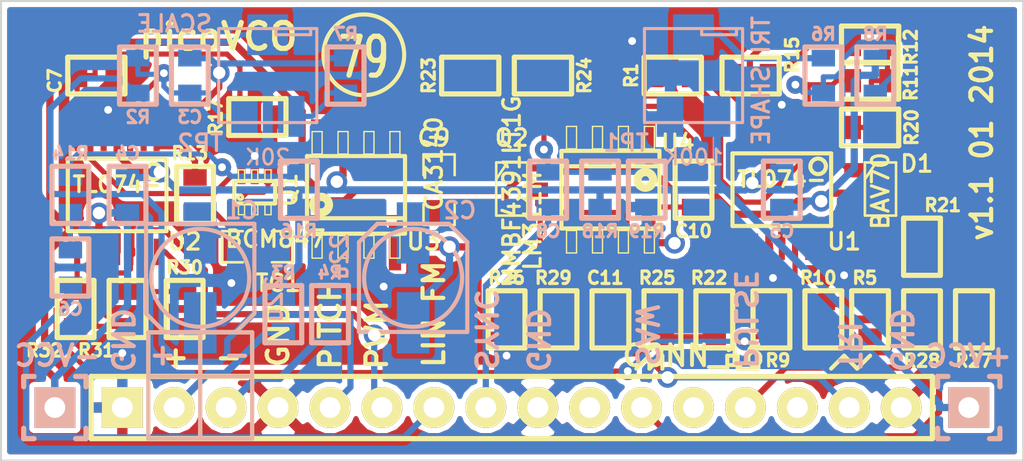
<source format=kicad_pcb>
(kicad_pcb (version 3) (host pcbnew "(2013-12-24 BZR 4575)-product")
  (layers (15 Front signal) (0 Back signal) (18 B.Paste user) (19 F.Paste user) (20 B.SilkS user) (21 F.SilkS user) (22 B.Mask user) (23 F.Mask user) (28 Edge.Cuts user))
  (net 0 "")
  (net 1 +15V)
  (net 2 +15V_PWR)
  (net 3 -15V)
  (net 4 -15V_PWR)
  (net 5 /RAMP)
  (net 6 /SCALE)
  (net 7 /TRI_SHAPE)
  (net 8 GND_PWR)
  (net 9 LINEAR_FM)
  (net 10 "Net-(C10-Pad1)")
  (net 11 "Net-(C10-Pad2)")
  (net 12 "Net-(C11-Pad1)")
  (net 13 "Net-(C3-Pad2)")
  (net 14 "Net-(C6-Pad1)")
  (net 15 "Net-(C7-Pad1)")
  (net 16 "Net-(C7-Pad2)")
  (net 17 "Net-(C8-Pad2)")
  (net 18 "Net-(C9-Pad1)")
  (net 19 "Net-(C9-Pad2)")
  (net 20 "Net-(D1-Pad1)")
  (net 21 "Net-(D1-Pad3)")
  (net 22 "Net-(JP1-Pad10)")
  (net 23 "Net-(JP1-Pad12)")
  (net 24 "Net-(JP1-Pad14)")
  (net 25 "Net-(Q1-Pad1)")
  (net 26 "Net-(Q1-Pad2)")
  (net 27 "Net-(R1-Pad2)")
  (net 28 "Net-(R10-Pad1)")
  (net 29 "Net-(R12-Pad2)")
  (net 30 "Net-(R30-Pad2)")
  (net 31 "Net-(R31-Pad2)")
  (net 32 "Net-(R7-Pad1)")
  (net 33 "Net-(U3-Pad1)")
  (net 34 "Net-(U3-Pad5)")
  (net 35 "Net-(U3-Pad8)")
  (net 36 "Net-(U4-Pad5)")
  (net 37 "Net-(U4-Pad6)")
  (net 38 PITCH_CV)
  (net 39 PULSE)
  (net 40 PULSE_1K)
  (net 41 PWM_CV)
  (net 42 PWM_SUM)
  (net 43 SAW)
  (net 44 SAW_1K)
  (net 45 SYNC)
  (net 46 TRI)
  (net 47 TRI_1K)
  (module 43A (layer Back) (at 134.874 120.65 180)
    (fp_text reference TP1 (at 3.302 -3.302 180) (layer B.SilkS) (effects (font (size 0.8128 0.8128) (thickness 0.1524)) (justify mirror)))
    (fp_text value 100K (at 0 -4.0005 180) (layer B.SilkS) (effects (font (size 0.762 0.762) (thickness 0.127)) (justify mirror)))
    (pad 2 smd rect (at 0 1.99898 180) (size 1.99898 1.99898) (layers Back B.Paste B.Mask) (net 7 /TRI_SHAPE))
    (pad 1 smd rect (at -1.15062 -1.99898 180) (size 1.30048 1.99898) (layers Back B.Paste B.Mask) (net 1 +15V))
    (pad 3 smd rect (at 1.15062 -1.99898 180) (size 1.30048 1.99898) (layers Back B.Paste B.Mask) (net 8 GND_PWR))
  )
  (module 43A (layer Back) (at 114.046 120.65 180)
    (fp_text reference TP2 (at 3.302 -3.302 180) (layer B.SilkS) (effects (font (size 0.8128 0.8128) (thickness 0.1524)) (justify mirror)))
    (fp_text value 20K (at 0 -4.0005 180) (layer B.SilkS) (effects (font (size 0.762 0.762) (thickness 0.127)) (justify mirror)))
    (pad 2 smd rect (at 0 1.99898 180) (size 1.99898 1.99898) (layers Back B.Paste B.Mask) (net 13 "Net-(C3-Pad2)"))
    (pad 1 smd rect (at -1.15062 -1.99898 180) (size 1.30048 1.99898) (layers Back B.Paste B.Mask) (net 32 "Net-(R7-Pad1)"))
    (pad 3 smd rect (at 1.15062 -1.99898 180) (size 1.30048 1.99898) (layers Back B.Paste B.Mask) (net 13 "Net-(C3-Pad2)"))
  )
  (module -SOT363_PHILIPS (layer Front) (at 113.411 126.365)
    (fp_text reference Q1 (at 1.651 -0.127 90) (layer F.SilkS) (effects (font (size 0.8128 0.8128) (thickness 0.1524))))
    (fp_text value BCM847 (at 1.016 2.286) (layer F.SilkS) (effects (font (size 0.8128 0.8128) (thickness 0.1524))))
    (pad 1 smd rect (at -0.6477 0.79756) (size 0.39878 0.79756) (layers Front F.Paste F.Mask) (net 25 "Net-(Q1-Pad1)"))
    (pad 2 smd rect (at 0 0.79756) (size 0.39878 0.79756) (layers Front F.Paste F.Mask) (net 26 "Net-(Q1-Pad2)"))
    (pad 3 smd rect (at 0.6477 0.79756) (size 0.39878 0.79756) (layers Front F.Paste F.Mask) (net 18 "Net-(C9-Pad1)"))
    (pad 4 smd rect (at 0.6477 -0.79756) (size 0.39878 0.79756) (layers Front F.Paste F.Mask) (net 25 "Net-(Q1-Pad1)"))
    (pad 5 smd rect (at 0 -0.79756) (size 0.39878 0.79756) (layers Front F.Paste F.Mask) (net 8 GND_PWR))
    (pad 6 smd rect (at -0.6477 -0.79756) (size 0.39878 0.79756) (layers Front F.Paste F.Mask) (net 15 "Net-(C7-Pad1)"))
  )
  (module SM0805-HAND (layer Front) (at 113.538 129.032 180)
    (fp_text reference TC1 (at -1.016 -1.778 360) (layer F.SilkS) (effects (font (size 0.8128 0.8128) (thickness 0.1524))))
    (fp_text value "1K 3300ppm/K" hide)
    (pad 1 smd rect (at -1.0795 0 180) (size 1.143 1.397) (layers Front F.Paste F.Mask) (net 8 GND_PWR))
    (pad 2 smd rect (at 1.0795 0 180) (size 1.143 1.397) (layers Front F.Paste F.Mask) (net 26 "Net-(Q1-Pad2)"))
  )
  (module SM0805-HAND (layer Front) (at 122.428 126.238 90)
    (fp_text reference C9 (at 2.54 -0.254 180) (layer F.SilkS) (effects (font (size 0.8128 0.8128) (thickness 0.1524))))
    (fp_text value "2.2n 1%" hide)
    (pad 1 smd rect (at -1.0795 0 90) (size 1.143 1.397) (layers Front F.Paste F.Mask) (net 18 "Net-(C9-Pad1)"))
    (pad 2 smd rect (at 1.0795 0 90) (size 1.143 1.397) (layers Front F.Paste F.Mask) (net 19 "Net-(C9-Pad2)"))
  )
  (module SOT23 (layer Front) (at 125.984 126.238 270)
    (fp_text reference Q2 (at -2.54 0 360) (layer F.SilkS) (effects (font (size 0.8128 0.8128) (thickness 0.1524))))
    (fp_text value MMBF4391LT1G (at 0.0635 0 270) (layer F.SilkS) (effects (font (size 0.8128 0.8128) (thickness 0.1524))))
    (pad 3 smd rect (at 0 -1.27 270) (size 0.70104 1.00076) (layers Front F.Paste F.Mask) (net 11 "Net-(C10-Pad2)"))
    (pad 2 smd rect (at 0.9525 1.27 270) (size 0.70104 1.00076) (layers Front F.Paste F.Mask) (net 18 "Net-(C9-Pad1)"))
    (pad 1 smd rect (at -0.9525 1.27 270) (size 0.70104 1.00076) (layers Front F.Paste F.Mask) (net 19 "Net-(C9-Pad2)"))
  )
  (module SOT23 (layer Front) (at 144.018 126.238 270)
    (fp_text reference D1 (at -1.27 -1.778 360) (layer F.SilkS) (effects (font (size 0.8128 0.8128) (thickness 0.1524))))
    (fp_text value BAV70 (at 0.0635 0 270) (layer F.SilkS) (effects (font (size 0.8128 0.8128) (thickness 0.1524))))
    (pad 3 smd rect (at 0 -1.27 270) (size 0.70104 1.00076) (layers Front F.Paste F.Mask) (net 21 "Net-(D1-Pad3)"))
    (pad 2 smd rect (at 0.9525 1.27 270) (size 0.70104 1.00076) (layers Front F.Paste F.Mask) (net 43 SAW))
    (pad 1 smd rect (at -0.9525 1.27 270) (size 0.70104 1.00076) (layers Front F.Paste F.Mask) (net 20 "Net-(D1-Pad1)"))
  )
  (module rcl-153CLV-0505 (layer Back) (at 121.158 130.556 90)
    (fp_text reference C2 (at 3.302 2.286 180) (layer B.SilkS) (effects (font (size 0.8128 0.8128) (thickness 0.1524)) (justify mirror)))
    (fp_text value 22u (at 1.03378 -3.59918 90) (layer B.SilkS) (effects (font (size 0.8128 0.8128) (thickness 0.1524)) (justify mirror)))
    (pad 1 smd rect (at 2.19964 0 90) (size 2.99974 1.59766) (layers Back B.Paste B.Mask) (net 8 GND_PWR))
    (pad 2 smd rect (at -2.19964 0 90) (size 2.99974 1.59766) (layers Back B.Paste B.Mask) (net 3 -15V))
  )
  (module rcl-153CLV-0505 (layer Back) (at 110.744 130.556 270)
    (fp_text reference C1 (at -3.302 -2.032 360) (layer B.SilkS) (effects (font (size 0.8128 0.8128) (thickness 0.1524)) (justify mirror)))
    (fp_text value 22u (at 1.03378 -3.59918 270) (layer B.SilkS) (effects (font (size 0.8128 0.8128) (thickness 0.1524)) (justify mirror)))
    (pad 1 smd rect (at 2.19964 0 270) (size 2.99974 1.59766) (layers Back B.Paste B.Mask) (net 1 +15V))
    (pad 2 smd rect (at -2.19964 0 270) (size 2.99974 1.59766) (layers Back B.Paste B.Mask) (net 8 GND_PWR))
  )
  (module SIL-1 (layer Back) (at 103.632 136.906)
    (fp_text reference JP3 hide)
    (fp_text value CONN_1 hide)
    (pad 1 thru_hole rect (at 0 0) (size 1.99898 1.99898) (drill 1.016) (layers *.Cu *.Mask B.SilkS) (net 3 -15V))
  )
  (module SIL-1 (layer Back) (at 148.336 136.906)
    (fp_text reference JP2 hide)
    (fp_text value CONN_1 hide)
    (pad 1 thru_hole rect (at 0 0) (size 1.99898 1.99898) (drill 1.016) (layers *.Cu *.Mask B.SilkS) (net 1 +15V))
  )
  (module SIL-16 (layer Front) (at 125.984 136.906)
    (fp_text reference JP1 hide)
    (fp_text value CONN_16 (at 8.89 -2.54) (layer F.SilkS) (effects (font (size 1.016 1.016) (thickness 0.1905))))
    (pad 1 thru_hole rect (at -19.05 0) (size 1.99898 1.99898) (drill 1.016) (layers *.Cu *.Mask F.SilkS) (net 8 GND_PWR))
    (pad 2 thru_hole circle (at -16.51 0) (size 1.99898 1.99898) (drill 1.016) (layers *.Cu *.Mask F.SilkS) (net 2 +15V_PWR))
    (pad 3 thru_hole circle (at -13.97 0) (size 1.99898 1.99898) (drill 1.016) (layers *.Cu *.Mask F.SilkS) (net 4 -15V_PWR))
    (pad 4 thru_hole circle (at -11.43 0) (size 1.99898 1.99898) (drill 1.016) (layers *.Cu *.Mask F.SilkS) (net 8 GND_PWR))
    (pad 5 thru_hole circle (at -8.89 0) (size 1.99898 1.99898) (drill 1.016) (layers *.Cu *.Mask F.SilkS) (net 38 PITCH_CV))
    (pad 6 thru_hole circle (at -6.35 0) (size 1.99898 1.99898) (drill 1.016) (layers *.Cu *.Mask F.SilkS) (net 41 PWM_CV))
    (pad 7 thru_hole circle (at -3.81 0) (size 1.99898 1.99898) (drill 1.016) (layers *.Cu *.Mask F.SilkS) (net 9 LINEAR_FM))
    (pad 8 thru_hole circle (at -1.27 0) (size 1.99898 1.99898) (drill 1.016) (layers *.Cu *.Mask F.SilkS) (net 45 SYNC))
    (pad 9 thru_hole circle (at 1.27 0) (size 1.99898 1.99898) (drill 1.016) (layers *.Cu *.Mask F.SilkS) (net 8 GND_PWR))
    (pad 10 thru_hole circle (at 3.81 0) (size 1.99898 1.99898) (drill 1.016) (layers *.Cu *.Mask F.SilkS) (net 22 "Net-(JP1-Pad10)"))
    (pad 11 thru_hole circle (at 6.35 0) (size 1.99898 1.99898) (drill 1.016) (layers *.Cu *.Mask F.SilkS) (net 44 SAW_1K))
    (pad 12 thru_hole circle (at 8.89 0) (size 1.99898 1.99898) (drill 1.016) (layers *.Cu *.Mask F.SilkS) (net 23 "Net-(JP1-Pad12)"))
    (pad 13 thru_hole circle (at 11.43 0) (size 1.99898 1.99898) (drill 1.016) (layers *.Cu *.Mask F.SilkS) (net 40 PULSE_1K))
    (pad 14 thru_hole circle (at 13.97 0) (size 1.99898 1.99898) (drill 1.016) (layers *.Cu *.Mask F.SilkS) (net 24 "Net-(JP1-Pad14)"))
    (pad 15 thru_hole circle (at 16.51 0) (size 1.99898 1.99898) (drill 1.016) (layers *.Cu *.Mask F.SilkS) (net 47 TRI_1K))
    (pad 16 thru_hole circle (at 19.05 0) (size 1.99898 1.99898) (drill 1.016) (layers *.Cu *.Mask F.SilkS) (net 8 GND_PWR))
  )
  (module TSSOP14 (layer Front) (at 139.192 126.238 180)
    (fp_text reference U1 (at -3.048 -2.54 180) (layer F.SilkS) (effects (font (size 0.8128 0.8128) (thickness 0.1524))))
    (fp_text value TL074- (at 0 0.508 180) (layer F.SilkS) (effects (font (size 0.762 0.762) (thickness 0.16002))))
    (pad 1 smd rect (at -1.9304 2.794 180) (size 0.29972 1.30048) (layers Front F.Paste F.Mask) (net 20 "Net-(D1-Pad1)"))
    (pad 2 smd rect (at -1.2954 2.794 180) (size 0.29972 1.30048) (layers Front F.Paste F.Mask) (net 27 "Net-(R1-Pad2)"))
    (pad 3 smd rect (at -0.635 2.794 180) (size 0.29972 1.30048) (layers Front F.Paste F.Mask) (net 8 GND_PWR))
    (pad 4 smd rect (at 0 2.794 180) (size 0.29972 1.30048) (layers Front F.Paste F.Mask) (net 1 +15V))
    (pad 5 smd rect (at 0.6604 2.794 180) (size 0.29972 1.30048) (layers Front F.Paste F.Mask) (net 8 GND_PWR))
    (pad 6 smd rect (at 1.3081 2.794 180) (size 0.29972 1.30048) (layers Front F.Paste F.Mask) (net 29 "Net-(R12-Pad2)"))
    (pad 7 smd rect (at 1.9558 2.794 180) (size 0.29972 1.30048) (layers Front F.Paste F.Mask) (net 43 SAW))
    (pad 8 smd rect (at 1.9558 -2.794 180) (size 0.29972 1.30048) (layers Front F.Paste F.Mask) (net 46 TRI))
    (pad 9 smd rect (at 1.3081 -2.794 180) (size 0.29972 1.30048) (layers Front F.Paste F.Mask) (net 12 "Net-(C11-Pad1)"))
    (pad 10 smd rect (at 0.6604 -2.794 180) (size 0.29972 1.30048) (layers Front F.Paste F.Mask) (net 8 GND_PWR))
    (pad 11 smd rect (at 0 -2.794 180) (size 0.29972 1.30048) (layers Front F.Paste F.Mask) (net 3 -15V))
    (pad 12 smd rect (at -0.6477 -2.794 180) (size 0.29972 1.30048) (layers Front F.Paste F.Mask) (net 28 "Net-(R10-Pad1)"))
    (pad 13 smd rect (at -1.2954 -2.794 180) (size 0.29972 1.30048) (layers Front F.Paste F.Mask) (net 43 SAW))
    (pad 14 smd rect (at -1.9431 -2.794 180) (size 0.29972 1.30048) (layers Front F.Paste F.Mask) (net 39 PULSE))
  )
  (module TSSOP14 (layer Front) (at 106.68 126.492 180)
    (fp_text reference U2 (at -3.302 -2.286 180) (layer F.SilkS) (effects (font (size 0.8128 0.8128) (thickness 0.1524))))
    (fp_text value TL074- (at 0 0.508 180) (layer F.SilkS) (effects (font (size 0.762 0.762) (thickness 0.16002))))
    (pad 1 smd rect (at -1.9304 2.794 180) (size 0.29972 1.30048) (layers Front F.Paste F.Mask) (net 6 /SCALE))
    (pad 2 smd rect (at -1.2954 2.794 180) (size 0.29972 1.30048) (layers Front F.Paste F.Mask) (net 13 "Net-(C3-Pad2)"))
    (pad 3 smd rect (at -0.635 2.794 180) (size 0.29972 1.30048) (layers Front F.Paste F.Mask) (net 8 GND_PWR))
    (pad 4 smd rect (at 0 2.794 180) (size 0.29972 1.30048) (layers Front F.Paste F.Mask) (net 1 +15V))
    (pad 5 smd rect (at 0.6604 2.794 180) (size 0.29972 1.30048) (layers Front F.Paste F.Mask) (net 8 GND_PWR))
    (pad 6 smd rect (at 1.3081 2.794 180) (size 0.29972 1.30048) (layers Front F.Paste F.Mask) (net 15 "Net-(C7-Pad1)"))
    (pad 7 smd rect (at 1.9558 2.794 180) (size 0.29972 1.30048) (layers Front F.Paste F.Mask) (net 16 "Net-(C7-Pad2)"))
    (pad 8 smd rect (at 1.9558 -2.794 180) (size 0.29972 1.30048) (layers Front F.Paste F.Mask) (net 42 PWM_SUM))
    (pad 9 smd rect (at 1.3081 -2.794 180) (size 0.29972 1.30048) (layers Front F.Paste F.Mask) (net 31 "Net-(R31-Pad2)"))
    (pad 10 smd rect (at 0.6604 -2.794 180) (size 0.29972 1.30048) (layers Front F.Paste F.Mask) (net 8 GND_PWR))
    (pad 11 smd rect (at 0 -2.794 180) (size 0.29972 1.30048) (layers Front F.Paste F.Mask) (net 3 -15V))
    (pad 12 smd rect (at -0.6477 -2.794 180) (size 0.29972 1.30048) (layers Front F.Paste F.Mask) (net 8 GND_PWR))
    (pad 13 smd rect (at -1.2954 -2.794 180) (size 0.29972 1.30048) (layers Front F.Paste F.Mask) (net 41 PWM_CV))
    (pad 14 smd rect (at -1.9431 -2.794 180) (size 0.29972 1.30048) (layers Front F.Paste F.Mask) (net 30 "Net-(R30-Pad2)"))
  )
  (module SOIC-8-JRL (layer Front) (at 130.81 126.238 180)
    (fp_text reference U4 (at -3.302 2.286 360) (layer F.SilkS) (effects (font (size 0.8128 0.8128) (thickness 0.1524))))
    (fp_text value LM311M (at 3.81 -1.524 270) (layer F.SilkS) (effects (font (size 0.8128 0.8128) (thickness 0.1524))))
    (pad 1 smd rect (at -1.905 2.59842 180) (size 0.59944 2.19964) (layers Front F.Paste F.Mask) (net 3 -15V))
    (pad 2 smd rect (at -0.635 2.59842 180) (size 0.59944 2.19964) (layers Front F.Paste F.Mask) (net 10 "Net-(C10-Pad1)"))
    (pad 3 smd rect (at 0.635 2.59842 180) (size 0.59944 2.19964) (layers Front F.Paste F.Mask) (net 17 "Net-(C8-Pad2)"))
    (pad 4 smd rect (at 1.905 2.59842 180) (size 0.59944 2.19964) (layers Front F.Paste F.Mask) (net 3 -15V))
    (pad 5 smd rect (at 1.905 -2.59842 180) (size 0.59944 2.19964) (layers Front F.Paste F.Mask) (net 36 "Net-(U4-Pad5)"))
    (pad 6 smd rect (at 0.635 -2.59842 180) (size 0.59944 2.19964) (layers Front F.Paste F.Mask) (net 37 "Net-(U4-Pad6)"))
    (pad 7 smd rect (at -0.635 -2.59842 180) (size 0.59944 2.19964) (layers Front F.Paste F.Mask) (net 11 "Net-(C10-Pad2)"))
    (pad 8 smd rect (at -1.905 -2.59842 180) (size 0.59944 2.19964) (layers Front F.Paste F.Mask) (net 1 +15V))
  )
  (module SOIC-8-JRL (layer Front) (at 118.364 126.492)
    (fp_text reference U3 (at 3.302 2.286) (layer F.SilkS) (effects (font (size 0.8128 0.8128) (thickness 0.1524))))
    (fp_text value CA3140 (at 3.81 -1.524 90) (layer F.SilkS) (effects (font (size 0.8128 0.8128) (thickness 0.1524))))
    (pad 1 smd rect (at -1.905 2.59842) (size 0.59944 2.19964) (layers Front F.Paste F.Mask) (net 33 "Net-(U3-Pad1)"))
    (pad 2 smd rect (at -0.635 2.59842) (size 0.59944 2.19964) (layers Front F.Paste F.Mask) (net 18 "Net-(C9-Pad1)"))
    (pad 3 smd rect (at 0.635 2.59842) (size 0.59944 2.19964) (layers Front F.Paste F.Mask) (net 8 GND_PWR))
    (pad 4 smd rect (at 1.905 2.59842) (size 0.59944 2.19964) (layers Front F.Paste F.Mask) (net 3 -15V))
    (pad 5 smd rect (at 1.905 -2.59842) (size 0.59944 2.19964) (layers Front F.Paste F.Mask) (net 34 "Net-(U3-Pad5)"))
    (pad 6 smd rect (at 0.635 -2.59842) (size 0.59944 2.19964) (layers Front F.Paste F.Mask) (net 5 /RAMP))
    (pad 7 smd rect (at -0.635 -2.59842) (size 0.59944 2.19964) (layers Front F.Paste F.Mask) (net 1 +15V))
    (pad 8 smd rect (at -1.905 -2.59842) (size 0.59944 2.19964) (layers Front F.Paste F.Mask) (net 35 "Net-(U3-Pad8)"))
  )
  (module SM0603-JRL (layer Front) (at 128.27 132.588 90)
    (fp_text reference R29 (at 2.032 -0.254 180) (layer F.SilkS) (effects (font (size 0.6096 0.6096) (thickness 0.1524))))
    (fp_text value 1K hide)
    (pad 1 smd rect (at -0.8509 0 90) (size 0.8128 1.143) (layers Front F.Paste F.Mask) (net 47 TRI_1K))
    (pad 2 smd rect (at 0.8509 0 90) (size 0.8128 1.143) (layers Front F.Paste F.Mask) (net 46 TRI))
  )
  (module SM0603-JRL (layer Front) (at 146.05 132.588 90)
    (fp_text reference R28 (at -2.032 0 180) (layer F.SilkS) (effects (font (size 0.6096 0.6096) (thickness 0.1524))))
    (fp_text value 1K hide)
    (pad 1 smd rect (at -0.8509 0 90) (size 0.8128 1.143) (layers Front F.Paste F.Mask) (net 40 PULSE_1K))
    (pad 2 smd rect (at 0.8509 0 90) (size 0.8128 1.143) (layers Front F.Paste F.Mask) (net 39 PULSE))
  )
  (module SM0603-JRL (layer Front) (at 148.59 132.588 90)
    (fp_text reference R27 (at -2.032 0 180) (layer F.SilkS) (effects (font (size 0.6096 0.6096) (thickness 0.1524))))
    (fp_text value 1K hide)
    (pad 1 smd rect (at -0.8509 0 90) (size 0.8128 1.143) (layers Front F.Paste F.Mask) (net 44 SAW_1K))
    (pad 2 smd rect (at 0.8509 0 90) (size 0.8128 1.143) (layers Front F.Paste F.Mask) (net 43 SAW))
  )
  (module SM0603-JRL (layer Front) (at 125.73 132.588 90)
    (fp_text reference R26 (at 2.032 0 180) (layer F.SilkS) (effects (font (size 0.6096 0.6096) (thickness 0.1524))))
    (fp_text value 3.3K hide)
    (pad 1 smd rect (at -0.8509 0 90) (size 0.8128 1.143) (layers Front F.Paste F.Mask) (net 8 GND_PWR))
    (pad 2 smd rect (at 0.8509 0 90) (size 0.8128 1.143) (layers Front F.Paste F.Mask) (net 11 "Net-(C10-Pad2)"))
  )
  (module SM0603-JRL (layer Front) (at 133.35 132.588 90)
    (fp_text reference R25 (at 2.032 -0.254 180) (layer F.SilkS) (effects (font (size 0.6096 0.6096) (thickness 0.1524))))
    (fp_text value 33K hide)
    (pad 1 smd rect (at -0.8509 0 90) (size 0.8128 1.143) (layers Front F.Paste F.Mask) (net 12 "Net-(C11-Pad1)"))
    (pad 2 smd rect (at 0.8509 0 90) (size 0.8128 1.143) (layers Front F.Paste F.Mask) (net 46 TRI))
  )
  (module SM0603-JRL (layer Front) (at 127.508 120.65 180)
    (fp_text reference R24 (at -2.032 0 270) (layer F.SilkS) (effects (font (size 0.6096 0.6096) (thickness 0.1524))))
    (fp_text value 15K hide)
    (pad 1 smd rect (at -0.8509 0 180) (size 0.8128 1.143) (layers Front F.Paste F.Mask) (net 10 "Net-(C10-Pad1)"))
    (pad 2 smd rect (at 0.8509 0 180) (size 0.8128 1.143) (layers Front F.Paste F.Mask) (net 5 /RAMP))
  )
  (module SM0603-JRL (layer Front) (at 123.952 120.65)
    (fp_text reference R23 (at -2.032 0 90) (layer F.SilkS) (effects (font (size 0.6096 0.6096) (thickness 0.1524))))
    (fp_text value 680 hide)
    (pad 1 smd rect (at -0.8509 0) (size 0.8128 1.143) (layers Front F.Paste F.Mask) (net 19 "Net-(C9-Pad2)"))
    (pad 2 smd rect (at 0.8509 0) (size 0.8128 1.143) (layers Front F.Paste F.Mask) (net 5 /RAMP))
  )
  (module SM0603-JRL (layer Front) (at 135.89 132.588 270)
    (fp_text reference R22 (at -2.032 0.254 360) (layer F.SilkS) (effects (font (size 0.6096 0.6096) (thickness 0.1524))))
    (fp_text value 56K hide)
    (pad 1 smd rect (at -0.8509 0 270) (size 0.8128 1.143) (layers Front F.Paste F.Mask) (net 3 -15V))
    (pad 2 smd rect (at 0.8509 0 270) (size 0.8128 1.143) (layers Front F.Paste F.Mask) (net 12 "Net-(C11-Pad1)"))
  )
  (module SM0603-JRL (layer Front) (at 146.05 129.032 270)
    (fp_text reference R21 (at -2.032 -1.016 360) (layer F.SilkS) (effects (font (size 0.6096 0.6096) (thickness 0.1524))))
    (fp_text value 15K hide)
    (pad 1 smd rect (at -0.8509 0 270) (size 0.8128 1.143) (layers Front F.Paste F.Mask) (net 21 "Net-(D1-Pad3)"))
    (pad 2 smd rect (at 0.8509 0 270) (size 0.8128 1.143) (layers Front F.Paste F.Mask) (net 12 "Net-(C11-Pad1)"))
  )
  (module SM0603-JRL (layer Front) (at 143.51 123.19 180)
    (fp_text reference R20 (at -2.032 0 450) (layer F.SilkS) (effects (font (size 0.6096 0.6096) (thickness 0.1524))))
    (fp_text value 15K hide)
    (pad 1 smd rect (at -0.8509 0 180) (size 0.8128 1.143) (layers Front F.Paste F.Mask) (net 3 -15V))
    (pad 2 smd rect (at 0.8509 0 180) (size 0.8128 1.143) (layers Front F.Paste F.Mask) (net 21 "Net-(D1-Pad3)"))
  )
  (module SM0603-JRL (layer Back) (at 132.588 126.238 90)
    (fp_text reference R19 (at -2.032 0 180) (layer B.SilkS) (effects (font (size 0.6096 0.6096) (thickness 0.1524)) (justify mirror)))
    (fp_text value 10K hide)
    (pad 1 smd rect (at -0.8509 0 90) (size 0.8128 1.143) (layers Back B.Paste B.Mask) (net 8 GND_PWR))
    (pad 2 smd rect (at 0.8509 0 90) (size 0.8128 1.143) (layers Back B.Paste B.Mask) (net 17 "Net-(C8-Pad2)"))
  )
  (module SM0603-JRL (layer Back) (at 130.302 126.238 270)
    (fp_text reference R18 (at 2.032 0 360) (layer B.SilkS) (effects (font (size 0.6096 0.6096) (thickness 0.1524)) (justify mirror)))
    (fp_text value 20K hide)
    (pad 1 smd rect (at -0.8509 0 270) (size 0.8128 1.143) (layers Back B.Paste B.Mask) (net 17 "Net-(C8-Pad2)"))
    (pad 2 smd rect (at 0.8509 0 270) (size 0.8128 1.143) (layers Back B.Paste B.Mask) (net 1 +15V))
  )
  (module SM0603-JRL (layer Front) (at 113.538 122.682)
    (fp_text reference R17 (at -2.032 0 90) (layer F.SilkS) (effects (font (size 0.6096 0.6096) (thickness 0.1524))))
    (fp_text value 10K hide)
    (pad 1 smd rect (at -0.8509 0) (size 0.8128 1.143) (layers Front F.Paste F.Mask) (net 16 "Net-(C7-Pad2)"))
    (pad 2 smd rect (at 0.8509 0) (size 0.8128 1.143) (layers Front F.Paste F.Mask) (net 25 "Net-(Q1-Pad1)"))
  )
  (module SM0603-JRL (layer Back) (at 115.57 126.238 270)
    (fp_text reference R16 (at 2.032 0 360) (layer B.SilkS) (effects (font (size 0.6096 0.6096) (thickness 0.1524)) (justify mirror)))
    (fp_text value 1.5M hide)
    (pad 1 smd rect (at -0.8509 0 270) (size 0.8128 1.143) (layers Back B.Paste B.Mask) (net 15 "Net-(C7-Pad1)"))
    (pad 2 smd rect (at 0.8509 0 270) (size 0.8128 1.143) (layers Back B.Paste B.Mask) (net 1 +15V))
  )
  (module SM0603-JRL (layer Front) (at 137.668 120.65 180)
    (fp_text reference R15 (at -2.032 1.016 270) (layer F.SilkS) (effects (font (size 0.6096 0.6096) (thickness 0.1524))))
    (fp_text value 56K hide)
    (pad 1 smd rect (at -0.8509 0 180) (size 0.8128 1.143) (layers Front F.Paste F.Mask) (net 29 "Net-(R12-Pad2)"))
    (pad 2 smd rect (at 0.8509 0 180) (size 0.8128 1.143) (layers Front F.Paste F.Mask) (net 43 SAW))
  )
  (module SM0603-JRL (layer Back) (at 104.394 126.492 90)
    (fp_text reference R14 (at 2.032 0 180) (layer B.SilkS) (effects (font (size 0.6096 0.6096) (thickness 0.1524)) (justify mirror)))
    (fp_text value 1M hide)
    (pad 1 smd rect (at -0.8509 0 90) (size 0.8128 1.143) (layers Back B.Paste B.Mask) (net 14 "Net-(C6-Pad1)"))
    (pad 2 smd rect (at 0.8509 0 90) (size 0.8128 1.143) (layers Back B.Paste B.Mask) (net 15 "Net-(C7-Pad1)"))
  )
  (module SM0603-JRL (layer Front) (at 110.49 126.492 270)
    (fp_text reference R13 (at -2.032 0.254 360) (layer F.SilkS) (effects (font (size 0.6096 0.6096) (thickness 0.1524))))
    (fp_text value 56K hide)
    (pad 1 smd rect (at -0.8509 0 270) (size 0.8128 1.143) (layers Front F.Paste F.Mask) (net 6 /SCALE))
    (pad 2 smd rect (at 0.8509 0 270) (size 0.8128 1.143) (layers Front F.Paste F.Mask) (net 26 "Net-(Q1-Pad2)"))
  )
  (module SM0603-JRL (layer Front) (at 143.51 119.126 180)
    (fp_text reference R12 (at -1.99 -0.124 270) (layer F.SilkS) (effects (font (size 0.6096 0.6096) (thickness 0.1524))))
    (fp_text value 56K hide)
    (pad 1 smd rect (at -0.8509 0 180) (size 0.8128 1.143) (layers Front F.Paste F.Mask) (net 20 "Net-(D1-Pad1)"))
    (pad 2 smd rect (at 0.8509 0 180) (size 0.8128 1.143) (layers Front F.Paste F.Mask) (net 29 "Net-(R12-Pad2)"))
  )
  (module SM0603-JRL (layer Front) (at 143.51 120.904)
    (fp_text reference R11 (at 1.99 0.096 90) (layer F.SilkS) (effects (font (size 0.6096 0.6096) (thickness 0.1524))))
    (fp_text value 39K hide)
    (pad 1 smd rect (at -0.8509 0) (size 0.8128 1.143) (layers Front F.Paste F.Mask) (net 27 "Net-(R1-Pad2)"))
    (pad 2 smd rect (at 0.8509 0) (size 0.8128 1.143) (layers Front F.Paste F.Mask) (net 20 "Net-(D1-Pad1)"))
  )
  (module SM0603-JRL (layer Front) (at 141.224 132.588 90)
    (fp_text reference R10 (at 2.032 -0.254 180) (layer F.SilkS) (effects (font (size 0.6096 0.6096) (thickness 0.1524))))
    (fp_text value 56K hide)
    (pad 1 smd rect (at -0.8509 0 90) (size 0.8128 1.143) (layers Front F.Paste F.Mask) (net 28 "Net-(R10-Pad1)"))
    (pad 2 smd rect (at 0.8509 0 90) (size 0.8128 1.143) (layers Front F.Paste F.Mask) (net 8 GND_PWR))
  )
  (module SM0603-JRL (layer Front) (at 138.684 132.588 270)
    (fp_text reference R9 (at 2.012 -0.316 360) (layer F.SilkS) (effects (font (size 0.6096 0.6096) (thickness 0.1524))))
    (fp_text value 10K hide)
    (pad 1 smd rect (at -0.8509 0 270) (size 0.8128 1.143) (layers Front F.Paste F.Mask) (net 28 "Net-(R10-Pad1)"))
    (pad 2 smd rect (at 0.8509 0 270) (size 0.8128 1.143) (layers Front F.Paste F.Mask) (net 42 PWM_SUM))
  )
  (module SM0603-JRL (layer Back) (at 143.764 120.65 270)
    (fp_text reference R8 (at -2.032 0 360) (layer B.SilkS) (effects (font (size 0.6096 0.6096) (thickness 0.1524)) (justify mirror)))
    (fp_text value 56K hide)
    (pad 1 smd rect (at -0.8509 0 270) (size 0.8128 1.143) (layers Back B.Paste B.Mask) (net 3 -15V))
    (pad 2 smd rect (at 0.8509 0 270) (size 0.8128 1.143) (layers Back B.Paste B.Mask) (net 27 "Net-(R1-Pad2)"))
  )
  (module SM0603-JRL (layer Back) (at 117.856 120.65 90)
    (fp_text reference R7 (at 2.032 0 180) (layer B.SilkS) (effects (font (size 0.6096 0.6096) (thickness 0.1524)) (justify mirror)))
    (fp_text value 91K hide)
    (pad 1 smd rect (at -0.8509 0 90) (size 0.8128 1.143) (layers Back B.Paste B.Mask) (net 32 "Net-(R7-Pad1)"))
    (pad 2 smd rect (at 0.8509 0 90) (size 0.8128 1.143) (layers Back B.Paste B.Mask) (net 6 /SCALE))
  )
  (module SM0603-JRL (layer Back) (at 141.224 120.65 270)
    (fp_text reference R6 (at -2.032 0 360) (layer B.SilkS) (effects (font (size 0.6096 0.6096) (thickness 0.1524)) (justify mirror)))
    (fp_text value 1M hide)
    (pad 1 smd rect (at -0.8509 0 270) (size 0.8128 1.143) (layers Back B.Paste B.Mask) (net 7 /TRI_SHAPE))
    (pad 2 smd rect (at 0.8509 0 270) (size 0.8128 1.143) (layers Back B.Paste B.Mask) (net 27 "Net-(R1-Pad2)"))
  )
  (module SM0603-JRL (layer Front) (at 143.51 132.588 270)
    (fp_text reference R5 (at -2.032 0.254 360) (layer F.SilkS) (effects (font (size 0.6096 0.6096) (thickness 0.1524))))
    (fp_text value 1M hide)
    (pad 1 smd rect (at -0.8509 0 270) (size 0.8128 1.143) (layers Front F.Paste F.Mask) (net 39 PULSE))
    (pad 2 smd rect (at 0.8509 0 270) (size 0.8128 1.143) (layers Front F.Paste F.Mask) (net 28 "Net-(R10-Pad1)"))
  )
  (module SM0603-JRL (layer Back) (at 117.094 132.334 90)
    (fp_text reference R4 (at 2.032 0 180) (layer B.SilkS) (effects (font (size 0.6096 0.6096) (thickness 0.1524)) (justify mirror)))
    (fp_text value 10 hide)
    (pad 1 smd rect (at -0.8509 0 90) (size 0.8128 1.143) (layers Back B.Paste B.Mask) (net 4 -15V_PWR))
    (pad 2 smd rect (at 0.8509 0 90) (size 0.8128 1.143) (layers Back B.Paste B.Mask) (net 3 -15V))
  )
  (module SM0603-JRL (layer Back) (at 114.808 132.334 90)
    (fp_text reference R3 (at 2.032 0 180) (layer B.SilkS) (effects (font (size 0.6096 0.6096) (thickness 0.1524)) (justify mirror)))
    (fp_text value 10 hide)
    (pad 1 smd rect (at -0.8509 0 90) (size 0.8128 1.143) (layers Back B.Paste B.Mask) (net 2 +15V_PWR))
    (pad 2 smd rect (at 0.8509 0 90) (size 0.8128 1.143) (layers Back B.Paste B.Mask) (net 1 +15V))
  )
  (module SM0603-JRL (layer Back) (at 107.696 120.65 90)
    (fp_text reference R2 (at -2.032 0 180) (layer B.SilkS) (effects (font (size 0.6096 0.6096) (thickness 0.1524)) (justify mirror)))
    (fp_text value 100K hide)
    (pad 1 smd rect (at -0.8509 0 90) (size 0.8128 1.143) (layers Back B.Paste B.Mask) (net 38 PITCH_CV))
    (pad 2 smd rect (at 0.8509 0 90) (size 0.8128 1.143) (layers Back B.Paste B.Mask) (net 13 "Net-(C3-Pad2)"))
  )
  (module SM0603-JRL (layer Front) (at 133.858 120.65)
    (fp_text reference R1 (at -2.032 0 90) (layer F.SilkS) (effects (font (size 0.6096 0.6096) (thickness 0.1524))))
    (fp_text value 10K hide)
    (pad 1 smd rect (at -0.8509 0) (size 0.8128 1.143) (layers Front F.Paste F.Mask) (net 5 /RAMP))
    (pad 2 smd rect (at 0.8509 0) (size 0.8128 1.143) (layers Front F.Paste F.Mask) (net 27 "Net-(R1-Pad2)"))
  )
  (module SM0603-JRL (layer Front) (at 130.81 132.588 90)
    (fp_text reference C11 (at 2.032 -0.254 180) (layer F.SilkS) (effects (font (size 0.6096 0.6096) (thickness 0.1524))))
    (fp_text value 100p hide)
    (pad 1 smd rect (at -0.8509 0 90) (size 0.8128 1.143) (layers Front F.Paste F.Mask) (net 12 "Net-(C11-Pad1)"))
    (pad 2 smd rect (at 0.8509 0 90) (size 0.8128 1.143) (layers Front F.Paste F.Mask) (net 46 TRI))
  )
  (module SM0603-JRL (layer Front) (at 134.874 126.238 270)
    (fp_text reference C10 (at 2.032 0 360) (layer F.SilkS) (effects (font (size 0.6096 0.6096) (thickness 0.1524))))
    (fp_text value 18p hide)
    (pad 1 smd rect (at -0.8509 0 270) (size 0.8128 1.143) (layers Front F.Paste F.Mask) (net 10 "Net-(C10-Pad1)"))
    (pad 2 smd rect (at 0.8509 0 270) (size 0.8128 1.143) (layers Front F.Paste F.Mask) (net 11 "Net-(C10-Pad2)"))
  )
  (module SM0603-JRL (layer Back) (at 127.762 126.238 90)
    (fp_text reference C8 (at -2.032 0 180) (layer B.SilkS) (effects (font (size 0.6096 0.6096) (thickness 0.1524)) (justify mirror)))
    (fp_text value 100p hide)
    (pad 1 smd rect (at -0.8509 0 90) (size 0.8128 1.143) (layers Back B.Paste B.Mask) (net 45 SYNC))
    (pad 2 smd rect (at 0.8509 0 90) (size 0.8128 1.143) (layers Back B.Paste B.Mask) (net 17 "Net-(C8-Pad2)"))
  )
  (module SM0603-JRL (layer Front) (at 105.664 120.65 180)
    (fp_text reference C7 (at 2.032 -0.254 270) (layer F.SilkS) (effects (font (size 0.6096 0.6096) (thickness 0.1524))))
    (fp_text value 100p hide)
    (pad 1 smd rect (at -0.8509 0 180) (size 0.8128 1.143) (layers Front F.Paste F.Mask) (net 15 "Net-(C7-Pad1)"))
    (pad 2 smd rect (at 0.8509 0 180) (size 0.8128 1.143) (layers Front F.Paste F.Mask) (net 16 "Net-(C7-Pad2)"))
  )
  (module SM0603-JRL (layer Back) (at 104.394 130.048 270)
    (fp_text reference C6 (at 2.032 0 360) (layer B.SilkS) (effects (font (size 0.6096 0.6096) (thickness 0.1524)) (justify mirror)))
    (fp_text value 2.2n hide)
    (pad 1 smd rect (at -0.8509 0 270) (size 0.8128 1.143) (layers Back B.Paste B.Mask) (net 14 "Net-(C6-Pad1)"))
    (pad 2 smd rect (at 0.8509 0 270) (size 0.8128 1.143) (layers Back B.Paste B.Mask) (net 9 LINEAR_FM))
  )
  (module SM0603-JRL (layer Back) (at 139.192 126.238 270)
    (fp_text reference C5 (at 2.032 0 360) (layer B.SilkS) (effects (font (size 0.6096 0.6096) (thickness 0.1524)) (justify mirror)))
    (fp_text value 100n hide)
    (pad 1 smd rect (at -0.8509 0 270) (size 0.8128 1.143) (layers Back B.Paste B.Mask) (net 1 +15V))
    (pad 2 smd rect (at 0.8509 0 270) (size 0.8128 1.143) (layers Back B.Paste B.Mask) (net 3 -15V))
  )
  (module SM0603-JRL (layer Back) (at 107.188 126.492 270)
    (fp_text reference C4 (at -2.032 0 360) (layer B.SilkS) (effects (font (size 0.6096 0.6096) (thickness 0.1524)) (justify mirror)))
    (fp_text value 100n hide)
    (pad 1 smd rect (at -0.8509 0 270) (size 0.8128 1.143) (layers Back B.Paste B.Mask) (net 1 +15V))
    (pad 2 smd rect (at 0.8509 0 270) (size 0.8128 1.143) (layers Back B.Paste B.Mask) (net 3 -15V))
  )
  (module SM0603-JRL (layer Back) (at 110.236 120.65 270)
    (fp_text reference C3 (at 2.032 0 360) (layer B.SilkS) (effects (font (size 0.6096 0.6096) (thickness 0.1524)) (justify mirror)))
    (fp_text value 100p hide)
    (pad 1 smd rect (at -0.8509 0 270) (size 0.8128 1.143) (layers Back B.Paste B.Mask) (net 6 /SCALE))
    (pad 2 smd rect (at 0.8509 0 270) (size 0.8128 1.143) (layers Back B.Paste B.Mask) (net 13 "Net-(C3-Pad2)"))
  )
  (module SM0603-JRL (layer Front) (at 104.648 132.08 90)
    (fp_text reference R32 (at -2.032 -1.524 180) (layer F.SilkS) (effects (font (size 0.6096 0.6096) (thickness 0.1524))))
    (fp_text value 100K hide)
    (pad 1 smd rect (at -0.8509 0 90) (size 0.8128 1.143) (layers Front F.Paste F.Mask) (net 31 "Net-(R31-Pad2)"))
    (pad 2 smd rect (at 0.8509 0 90) (size 0.8128 1.143) (layers Front F.Paste F.Mask) (net 42 PWM_SUM))
  )
  (module SM0603-JRL (layer Front) (at 107.188 132.08 270)
    (fp_text reference R31 (at 2.032 1.524 360) (layer F.SilkS) (effects (font (size 0.6096 0.6096) (thickness 0.1524))))
    (fp_text value 100K hide)
    (pad 1 smd rect (at -0.8509 0 270) (size 0.8128 1.143) (layers Front F.Paste F.Mask) (net 30 "Net-(R30-Pad2)"))
    (pad 2 smd rect (at 0.8509 0 270) (size 0.8128 1.143) (layers Front F.Paste F.Mask) (net 31 "Net-(R31-Pad2)"))
  )
  (module SM0603-JRL (layer Front) (at 109.982 132.08 90)
    (fp_text reference R30 (at 2.032 0 180) (layer F.SilkS) (effects (font (size 0.6096 0.6096) (thickness 0.1524))))
    (fp_text value 100K hide)
    (pad 1 smd rect (at -0.8509 0 90) (size 0.8128 1.143) (layers Front F.Paste F.Mask) (net 41 PWM_CV))
    (pad 2 smd rect (at 0.8509 0 90) (size 0.8128 1.143) (layers Front F.Paste F.Mask) (net 30 "Net-(R30-Pad2)"))
  )
  (gr_line (start 142.875 135.001) (end 143.51 134.366) (angle 90) (layer F.SilkS) (width 0.2))
  (gr_line (start 133.35 134.366) (end 133.35 135.001) (angle 90) (layer F.SilkS) (width 0.2))
  (gr_line (start 132.715 135.001) (end 133.35 134.366) (angle 90) (layer F.SilkS) (width 0.2))
  (gr_line (start 132.715 134.366) (end 132.715 135.001) (angle 90) (layer F.SilkS) (width 0.2))
  (gr_line (start 132.08 135.001) (end 132.715 134.366) (angle 90) (layer F.SilkS) (width 0.2))
  (gr_line (start 142.24 134.366) (end 142.875 135.001) (angle 90) (layer F.SilkS) (width 0.2))
  (gr_line (start 141.605 135.001) (end 142.24 134.366) (angle 90) (layer F.SilkS) (width 0.2))
  (gr_line (start 138.049 135.001) (end 138.049 134.366) (angle 90) (layer F.SilkS) (width 0.2))
  (gr_line (start 137.033 135.001) (end 138.049 135.001) (angle 90) (layer F.SilkS) (width 0.2))
  (gr_line (start 137.033 134.366) (end 137.033 135.001) (angle 90) (layer F.SilkS) (width 0.2))
  (gr_line (start 136.525 134.366) (end 137.033 134.366) (angle 90) (layer F.SilkS) (width 0.2))
  (gr_line (start 136.525 135.001) (end 136.525 134.366) (angle 90) (layer F.SilkS) (width 0.2))
  (gr_circle (center 118.745 119.634) (end 120.142 121.031) (layer F.SilkS) (width 0.2))
  (gr_text 79 (at 118.745 119.761) (layer F.SilkS) (effects (font (size 1.905 1.27) (thickness 0.254))))
  (gr_text "v1.1 01 2014" (at 148.971 123.444 90) (layer F.SilkS) (effects (font (size 1.016 1.016) (thickness 0.2032))))
  (gr_text picoVCO (at 111.633 118.745) (layer F.SilkS) (effects (font (size 1.27 1.27) (thickness 0.254))))
  (gr_line (start 110.744 138.43) (end 110.744 133.223) (angle 90) (layer F.SilkS) (width 0.2))
  (gr_line (start 108.204 138.43) (end 110.744 138.43) (angle 90) (layer F.SilkS) (width 0.2))
  (gr_line (start 108.204 133.223) (end 108.204 138.43) (angle 90) (layer F.SilkS) (width 0.2))
  (gr_line (start 113.284 133.223) (end 108.204 133.223) (angle 90) (layer F.SilkS) (width 0.2))
  (gr_line (start 113.284 138.43) (end 113.284 133.223) (angle 90) (layer F.SilkS) (width 0.2))
  (gr_line (start 110.744 138.43) (end 113.284 138.43) (angle 90) (layer F.SilkS) (width 0.2))
  (gr_line (start 108.204 133.223) (end 110.744 133.223) (angle 90) (layer B.SilkS) (width 0.2))
  (gr_line (start 108.204 135.382) (end 108.204 133.223) (angle 90) (layer B.SilkS) (width 0.2))
  (gr_line (start 113.284 133.223) (end 113.284 135.382) (angle 90) (layer B.SilkS) (width 0.2))
  (gr_line (start 110.744 133.223) (end 113.284 133.223) (angle 90) (layer B.SilkS) (width 0.2))
  (gr_line (start 110.744 138.43) (end 110.744 133.223) (angle 90) (layer B.SilkS) (width 0.2))
  (gr_line (start 108.204 135.382) (end 108.331 135.382) (angle 90) (layer B.SilkS) (width 0.2))
  (gr_line (start 108.204 138.43) (end 108.204 135.382) (angle 90) (layer B.SilkS) (width 0.2))
  (gr_line (start 113.284 138.43) (end 108.204 138.43) (angle 90) (layer B.SilkS) (width 0.2))
  (gr_line (start 113.284 138.303) (end 113.284 138.43) (angle 90) (layer B.SilkS) (width 0.2))
  (gr_line (start 113.284 135.382) (end 113.284 138.303) (angle 90) (layer B.SilkS) (width 0.2))
  (gr_line (start 108.331 135.382) (end 113.284 135.382) (angle 90) (layer B.SilkS) (width 0.2))
  (gr_text -VCC (at 103.759 134.366) (layer B.SilkS) (effects (font (size 1.016 1.016) (thickness 0.2032)) (justify mirror)))
  (gr_text GND (at 106.934 133.604 270) (layer B.SilkS) (effects (font (size 1.016 1.016) (thickness 0.2032)) (justify mirror)))
  (gr_text + (at 109.474 134.493 90) (layer F.SilkS) (effects (font (size 1.016 1.016) (thickness 0.2032))))
  (gr_text + (at 108.839 134.366 90) (layer B.SilkS) (effects (font (size 1.016 1.016) (thickness 0.2032)) (justify mirror)))
  (gr_text - (at 112.5474 134.4422 180) (layer B.SilkS) (effects (font (size 1.016 1.016) (thickness 0.2032)) (justify mirror)))
  (gr_text - (at 112.141 134.5692 180) (layer F.SilkS) (effects (font (size 1.016 1.016) (thickness 0.2032))))
  (gr_text GND (at 114.554 133.35 90) (layer F.SilkS) (effects (font (size 1.016 1.016) (thickness 0.2032))))
  (gr_text PITCH (at 117.094 132.842 90) (layer F.SilkS) (effects (font (size 1.016 1.016) (thickness 0.2032))))
  (gr_text PWM (at 119.38 133.35 90) (layer F.SilkS) (effects (font (size 1.016 1.016) (thickness 0.2032))))
  (gr_text "LIN FM" (at 122.174 132.334 90) (layer F.SilkS) (effects (font (size 1.016 1.016) (thickness 0.2032))))
  (gr_text SYNC (at 124.714 133.096 270) (layer B.SilkS) (effects (font (size 1.016 1.016) (thickness 0.2032)) (justify mirror)))
  (gr_text GND (at 127.254 133.604 270) (layer B.SilkS) (effects (font (size 1.016 1.016) (thickness 0.2032)) (justify mirror)))
  (gr_text SAW (at 132.588 133.35 270) (layer B.SilkS) (effects (font (size 1.016 1.016) (thickness 0.2032)) (justify mirror)))
  (gr_text PULSE (at 137.414 132.588 270) (layer B.SilkS) (effects (font (size 1.016 1.016) (thickness 0.2032)) (justify mirror)))
  (gr_text GND (at 145.034 133.604 270) (layer B.SilkS) (effects (font (size 1.016 1.016) (thickness 0.2032)) (justify mirror)))
  (gr_text TRI (at 142.494 133.858 270) (layer B.SilkS) (effects (font (size 1.016 1.016) (thickness 0.2032)) (justify mirror)))
  (gr_text +VCC (at 148.336 134.366) (layer B.SilkS) (effects (font (size 1.016 1.016) (thickness 0.2032)) (justify mirror)))
  (gr_text SCALE (at 109.474 118.11) (layer B.SilkS) (effects (font (size 0.8128 0.8128) (thickness 0.1524)) (justify mirror)))
  (gr_text "TRI SHAPE" (at 138.176 120.904 90) (layer B.SilkS) (effects (font (size 0.8128 0.8128) (thickness 0.1524)) (justify mirror)))
  (gr_line (start 101 139.5) (end 101 117) (angle 90) (layer Edge.Cuts) (width 0.1))
  (gr_line (start 151 139.5) (end 101 139.5) (angle 90) (layer Edge.Cuts) (width 0.1))
  (gr_line (start 151 117) (end 151 139.5) (angle 90) (layer Edge.Cuts) (width 0.1))
  (gr_line (start 151 117) (end 101 117) (angle 90) (layer Edge.Cuts) (width 0.1))
  (via (at 137.744 125.908) (size 1.016) (layers Front Back) (net 1))
  (via (at 108.767 125.38) (size 1.016) (layers Front Back) (net 1))
  (via (at 117.426 125.845) (size 1.016) (layers Front Back) (net 1))
  (via (at 133.945 128.858) (size 1.016) (layers Front Back) (net 1))
  (segment (start 137.744 125.898) (end 137.744 125.908) (width 0.3556) (layer Front) (net 1))
  (segment (start 139.192 124.45) (end 137.744 125.898) (width 0.3556) (layer Front) (net 1))
  (segment (start 139.192 123.444) (end 139.192 124.45) (width 0.3556) (layer Front) (net 1))
  (segment (start 137.402 126.25) (end 136.448 126.25) (width 0.3556) (layer Back) (net 1))
  (segment (start 137.744 125.908) (end 137.402 126.25) (width 0.3556) (layer Back) (net 1))
  (segment (start 133.945 126.25) (end 136.448 126.25) (width 0.3556) (layer Back) (net 1))
  (segment (start 106.68 124.48) (end 106.68 123.698) (width 0.3556) (layer Front) (net 1))
  (segment (start 107.58 125.38) (end 106.68 124.48) (width 0.3556) (layer Front) (net 1))
  (segment (start 108.767 125.38) (end 107.58 125.38) (width 0.3556) (layer Front) (net 1))
  (segment (start 108.767 125.38) (end 108.767 125.413) (width 0.3556) (layer Back) (net 1))
  (segment (start 109.605 126.25) (end 115.57 126.25) (width 0.3556) (layer Back) (net 1))
  (segment (start 108.767 125.413) (end 109.605 126.25) (width 0.3556) (layer Back) (net 1))
  (segment (start 117.729 125.542) (end 117.426 125.845) (width 0.3556) (layer Front) (net 1))
  (segment (start 117.729 123.894) (end 117.729 125.542) (width 0.3556) (layer Front) (net 1))
  (segment (start 117.426 126.25) (end 117.426 125.845) (width 0.3556) (layer Back) (net 1))
  (segment (start 117.426 126.25) (end 115.57 126.25) (width 0.3556) (layer Back) (net 1))
  (segment (start 130.302 126.25) (end 117.426 126.25) (width 0.3556) (layer Back) (net 1))
  (segment (start 133.924 128.836) (end 133.945 128.858) (width 0.3556) (layer Front) (net 1))
  (segment (start 132.715 128.836) (end 133.924 128.836) (width 0.3556) (layer Front) (net 1))
  (segment (start 130.302 126.25) (end 133.945 126.25) (width 0.3556) (layer Back) (net 1))
  (segment (start 133.945 126.25) (end 133.945 128.858) (width 0.3556) (layer Back) (net 1))
  (segment (start 146.904 136.906) (end 148.336 136.906) (width 0.3556) (layer Back) (net 1))
  (segment (start 146.904 136.727) (end 146.904 136.906) (width 0.3556) (layer Back) (net 1))
  (segment (start 137.106 126.929) (end 146.904 136.727) (width 0.3556) (layer Back) (net 1))
  (segment (start 136.448 126.27) (end 137.106 126.929) (width 0.3556) (layer Back) (net 1))
  (segment (start 136.448 126.25) (end 136.448 126.27) (width 0.3556) (layer Back) (net 1))
  (segment (start 130.302 127.089) (end 130.302 127.0889) (width 0.3556) (layer Back) (net 1))
  (segment (start 130.302 127.0889) (end 130.302 126.25) (width 0.3556) (layer Back) (net 1))
  (segment (start 115.57 127.0889) (end 115.57 126.25) (width 0.3556) (layer Back) (net 1))
  (segment (start 107.1881 125.641) (end 107.188 125.641) (width 0.3556) (layer Back) (net 1))
  (segment (start 108.539 125.641) (end 107.1881 125.641) (width 0.3556) (layer Back) (net 1))
  (segment (start 108.767 125.413) (end 108.539 125.641) (width 0.3556) (layer Back) (net 1))
  (segment (start 107.1881 125.641) (end 107.188 125.6411) (width 0.3556) (layer Back) (net 1))
  (segment (start 139.192 125.387) (end 139.1919 125.387) (width 0.3556) (layer Back) (net 1))
  (segment (start 138.265 125.387) (end 137.744 125.908) (width 0.3556) (layer Back) (net 1))
  (segment (start 139.1919 125.387) (end 138.265 125.387) (width 0.3556) (layer Back) (net 1))
  (segment (start 139.1919 125.387) (end 139.192 125.3871) (width 0.3556) (layer Back) (net 1))
  (segment (start 114.808 131.083) (end 114.808 131.4831) (width 0.3556) (layer Back) (net 1))
  (segment (start 114.808 130.683) (end 114.808 131.083) (width 0.3556) (layer Back) (net 1))
  (segment (start 115.57 129.921) (end 114.808 130.683) (width 0.3556) (layer Back) (net 1))
  (segment (start 115.57 127.0889) (end 115.57 129.921) (width 0.3556) (layer Back) (net 1))
  (segment (start 110.7444 132.756) (end 110.744 132.756) (width 0.3556) (layer Back) (net 1))
  (segment (start 111.898 132.756) (end 110.7444 132.756) (width 0.3556) (layer Back) (net 1))
  (segment (start 112.968 131.686) (end 111.898 132.756) (width 0.3556) (layer Back) (net 1))
  (segment (start 113.678 131.686) (end 112.968 131.686) (width 0.3556) (layer Back) (net 1))
  (segment (start 113.881 131.483) (end 113.678 131.686) (width 0.3556) (layer Back) (net 1))
  (segment (start 114.808 131.483) (end 113.881 131.483) (width 0.3556) (layer Back) (net 1))
  (segment (start 114.808 131.083) (end 114.808 131.483) (width 0.3556) (layer Back) (net 1))
  (segment (start 110.7444 132.756) (end 110.744 132.7556) (width 0.3556) (layer Back) (net 1))
  (segment (start 117.729 123.8936) (end 117.729 123.894) (width 0.3556) (layer Front) (net 1))
  (segment (start 132.715 128.8364) (end 132.715 128.836) (width 0.3556) (layer Front) (net 1))
  (segment (start 136.025 122.649) (end 136.025 124.238) (width 0.3556) (layer Back) (net 1))
  (segment (start 136.025 125.827) (end 136.448 126.25) (width 0.3556) (layer Back) (net 1))
  (segment (start 136.025 124.238) (end 136.025 125.827) (width 0.3556) (layer Back) (net 1))
  (segment (start 136.0246 124.2376) (end 136.0246 122.649) (width 0.3556) (layer Back) (net 1))
  (segment (start 136.025 124.238) (end 136.0246 124.2376) (width 0.3556) (layer Back) (net 1))
  (segment (start 114.808 133.185) (end 114.8079 133.185) (width 0.3556) (layer Back) (net 2))
  (segment (start 111.133 135.247) (end 109.474 136.906) (width 0.3556) (layer Back) (net 2))
  (segment (start 111.961 135.247) (end 111.133 135.247) (width 0.3556) (layer Back) (net 2))
  (segment (start 114.023 133.185) (end 111.961 135.247) (width 0.3556) (layer Back) (net 2))
  (segment (start 114.8079 133.185) (end 114.023 133.185) (width 0.3556) (layer Back) (net 2))
  (segment (start 114.8079 133.185) (end 114.808 133.1849) (width 0.3556) (layer Back) (net 2))
  (via (at 105.791 127.381) (size 1.016) (layers Front Back) (net 3))
  (via (at 122.936 129.032) (size 1.016) (layers Front Back) (net 3))
  (via (at 141.12 126.801) (size 1.016) (layers Front Back) (net 3))
  (segment (start 122.936 130.277) (end 122.936 129.032) (width 0.3556) (layer Back) (net 3))
  (segment (start 121.158 132.055) (end 122.936 130.277) (width 0.3556) (layer Back) (net 3))
  (segment (start 121.158 132.7556) (end 121.158 132.055) (width 0.3556) (layer Back) (net 3))
  (segment (start 133.794 126.25) (end 132.715 125.172) (width 0.3556) (layer Front) (net 3))
  (segment (start 135.652 126.25) (end 133.794 126.25) (width 0.3556) (layer Front) (net 3))
  (segment (start 136.844 127.442) (end 135.652 126.25) (width 0.3556) (layer Front) (net 3))
  (segment (start 139.069 127.442) (end 136.844 127.442) (width 0.3556) (layer Front) (net 3))
  (segment (start 139.192 127.565) (end 139.069 127.442) (width 0.3556) (layer Front) (net 3))
  (segment (start 104.383 128.204) (end 105.791 128.204) (width 0.3556) (layer Front) (net 3))
  (segment (start 105.791 128.204) (end 105.791 127.381) (width 0.3556) (layer Front) (net 3))
  (segment (start 125.551 126.277) (end 125.647 126.372) (width 0.3556) (layer Front) (net 3))
  (segment (start 118.324 126.277) (end 125.551 126.277) (width 0.3556) (layer Front) (net 3))
  (segment (start 117.815 126.785) (end 118.324 126.277) (width 0.3556) (layer Front) (net 3))
  (segment (start 117.036 126.785) (end 117.815 126.785) (width 0.3556) (layer Front) (net 3))
  (segment (start 115.727 125.476) (end 117.036 126.785) (width 0.3556) (layer Front) (net 3))
  (segment (start 115.727 122.398) (end 115.727 125.476) (width 0.3556) (layer Front) (net 3))
  (segment (start 112.346 119.018) (end 115.727 122.398) (width 0.3556) (layer Front) (net 3))
  (segment (start 104.851 119.018) (end 112.346 119.018) (width 0.3556) (layer Front) (net 3))
  (segment (start 103.391 120.478) (end 104.851 119.018) (width 0.3556) (layer Front) (net 3))
  (segment (start 103.391 127.211) (end 103.391 120.478) (width 0.3556) (layer Front) (net 3))
  (segment (start 104.383 128.204) (end 103.391 127.211) (width 0.3556) (layer Front) (net 3))
  (segment (start 106.68 128.204) (end 105.791 128.204) (width 0.3556) (layer Front) (net 3))
  (segment (start 106.68 129.286) (end 106.68 128.204) (width 0.3556) (layer Front) (net 3))
  (segment (start 103.132 129.455) (end 104.383 128.204) (width 0.3556) (layer Front) (net 3))
  (segment (start 103.132 134.975) (end 103.132 129.455) (width 0.3556) (layer Front) (net 3))
  (segment (start 103.632 135.474) (end 103.132 134.975) (width 0.3556) (layer Front) (net 3))
  (segment (start 103.632 136.906) (end 103.632 135.474) (width 0.3556) (layer Front) (net 3))
  (segment (start 139.192 129.032) (end 139.192 127.565) (width 0.3556) (layer Front) (net 3))
  (segment (start 132.715 125.172) (end 128.905 125.172) (width 0.3556) (layer Front) (net 3))
  (segment (start 126.847 125.172) (end 128.905 125.172) (width 0.3556) (layer Front) (net 3))
  (segment (start 125.647 126.372) (end 126.847 125.172) (width 0.3556) (layer Front) (net 3))
  (segment (start 139.956 126.801) (end 139.192 127.565) (width 0.3556) (layer Front) (net 3))
  (segment (start 141.12 126.801) (end 139.956 126.801) (width 0.3556) (layer Front) (net 3))
  (segment (start 125.647 127.741) (end 124.333 129.054) (width 0.3556) (layer Front) (net 3))
  (segment (start 125.647 126.372) (end 125.647 127.741) (width 0.3556) (layer Front) (net 3))
  (segment (start 124.333 129.054) (end 122.936 129.032) (width 0.3556) (layer Front) (net 3))
  (segment (start 143.764 120.638) (end 143.764 119.7991) (width 0.3556) (layer Back) (net 3))
  (segment (start 143.03 120.638) (end 143.764 120.638) (width 0.3556) (layer Back) (net 3))
  (segment (start 142.736 120.932) (end 143.03 120.638) (width 0.3556) (layer Back) (net 3))
  (segment (start 142.736 125.185) (end 142.736 120.932) (width 0.3556) (layer Back) (net 3))
  (segment (start 141.12 126.801) (end 142.736 125.185) (width 0.3556) (layer Back) (net 3))
  (segment (start 143.764 119.7991) (end 143.764 119.799) (width 0.3556) (layer Back) (net 3))
  (segment (start 107.188 129.6305) (end 107.188 127.3429) (width 0.3556) (layer Back) (net 3))
  (segment (start 107.188 131.918) (end 107.188 129.6305) (width 0.3556) (layer Back) (net 3))
  (segment (start 103.632 135.474) (end 107.188 131.918) (width 0.3556) (layer Back) (net 3))
  (segment (start 103.632 136.906) (end 103.632 135.474) (width 0.3556) (layer Back) (net 3))
  (segment (start 106.509 127.381) (end 105.791 127.381) (width 0.3556) (layer Back) (net 3))
  (segment (start 106.548 127.343) (end 106.509 127.381) (width 0.3556) (layer Back) (net 3))
  (segment (start 107.188 127.343) (end 106.548 127.343) (width 0.3556) (layer Back) (net 3))
  (segment (start 107.188 129.6305) (end 107.188 127.343) (width 0.3556) (layer Back) (net 3))
  (segment (start 139.1921 127.089) (end 139.192 127.089) (width 0.3556) (layer Back) (net 3))
  (segment (start 140.196 127.089) (end 139.1921 127.089) (width 0.3556) (layer Back) (net 3))
  (segment (start 140.483 126.801) (end 140.196 127.089) (width 0.3556) (layer Back) (net 3))
  (segment (start 141.12 126.801) (end 140.483 126.801) (width 0.3556) (layer Back) (net 3))
  (segment (start 139.1921 127.089) (end 139.192 127.0889) (width 0.3556) (layer Back) (net 3))
  (segment (start 144.361 123.19) (end 144.361 124.1755) (width 0.3556) (layer Front) (net 3))
  (segment (start 141.513 126.408) (end 141.12 126.801) (width 0.3556) (layer Front) (net 3))
  (segment (start 143.114 126.408) (end 141.513 126.408) (width 0.3556) (layer Front) (net 3))
  (segment (start 144.361 125.161) (end 143.114 126.408) (width 0.3556) (layer Front) (net 3))
  (segment (start 144.361 124.1755) (end 144.361 125.161) (width 0.3556) (layer Front) (net 3))
  (segment (start 144.3609 124.1754) (end 144.3609 123.19) (width 0.3556) (layer Front) (net 3))
  (segment (start 144.361 124.1755) (end 144.3609 124.1754) (width 0.3556) (layer Front) (net 3))
  (segment (start 135.051 132.576) (end 135.5601 132.0669) (width 0.3556) (layer Front) (net 3))
  (segment (start 124.967 132.576) (end 135.051 132.576) (width 0.3556) (layer Front) (net 3))
  (segment (start 124.333 131.942) (end 124.967 132.576) (width 0.3556) (layer Front) (net 3))
  (segment (start 124.333 129.054) (end 124.333 131.942) (width 0.3556) (layer Front) (net 3))
  (segment (start 135.5601 132.0669) (end 135.89 131.737) (width 0.3556) (layer Front) (net 3))
  (segment (start 135.5602 132.0669) (end 135.89 131.7371) (width 0.3556) (layer Front) (net 3))
  (segment (start 135.5601 132.0669) (end 135.5602 132.0669) (width 0.3556) (layer Front) (net 3))
  (segment (start 120.305 129.054) (end 120.269 129.09) (width 0.3556) (layer Front) (net 3))
  (segment (start 122.936 129.032) (end 120.305 129.054) (width 0.3556) (layer Front) (net 3))
  (segment (start 120.269 129.09) (end 120.269 129.0904) (width 0.3556) (layer Front) (net 3))
  (segment (start 128.905 123.64) (end 128.905 125.172) (width 0.3556) (layer Front) (net 3))
  (segment (start 128.905 123.64) (end 128.905 123.6396) (width 0.3556) (layer Front) (net 3))
  (segment (start 132.715 123.64) (end 132.715 125.172) (width 0.3556) (layer Front) (net 3))
  (segment (start 132.715 123.64) (end 132.715 123.6396) (width 0.3556) (layer Front) (net 3))
  (segment (start 117.0941 131.483) (end 117.094 131.483) (width 0.3556) (layer Back) (net 3))
  (segment (start 118.731 131.483) (end 117.0941 131.483) (width 0.3556) (layer Back) (net 3))
  (segment (start 120.004 132.756) (end 118.731 131.483) (width 0.3556) (layer Back) (net 3))
  (segment (start 121.158 132.756) (end 120.004 132.756) (width 0.3556) (layer Back) (net 3))
  (segment (start 121.158 132.7556) (end 121.158 132.756) (width 0.3556) (layer Back) (net 3))
  (segment (start 117.0941 131.483) (end 117.094 131.4831) (width 0.3556) (layer Back) (net 3))
  (segment (start 116.929 133.185) (end 117.0939 133.185) (width 0.3556) (layer Back) (net 4))
  (segment (start 114.639 135.475) (end 116.929 133.185) (width 0.3556) (layer Back) (net 4))
  (segment (start 113.445 135.475) (end 114.639 135.475) (width 0.3556) (layer Back) (net 4))
  (segment (start 112.014 136.906) (end 113.445 135.475) (width 0.3556) (layer Back) (net 4))
  (segment (start 117.0939 133.185) (end 117.094 133.185) (width 0.3556) (layer Back) (net 4))
  (segment (start 117.0939 133.185) (end 117.094 133.1849) (width 0.3556) (layer Back) (net 4))
  (segment (start 124.8029 120.65) (end 126.6571 120.65) (width 0.3048) (layer Front) (net 5))
  (segment (start 118.999 122.387) (end 118.999 123.8936) (width 0.3048) (layer Front) (net 5))
  (segment (start 121.714 119.672) (end 118.999 122.387) (width 0.3048) (layer Front) (net 5))
  (segment (start 123.723 119.672) (end 121.714 119.672) (width 0.3048) (layer Front) (net 5))
  (segment (start 123.99 119.938) (end 123.723 119.672) (width 0.3048) (layer Front) (net 5))
  (segment (start 123.99 120.65) (end 123.99 119.938) (width 0.3048) (layer Front) (net 5))
  (segment (start 124.8029 120.65) (end 123.99 120.65) (width 0.3048) (layer Front) (net 5))
  (segment (start 118.999 123.8936) (end 118.999 123.894) (width 0.3048) (layer Front) (net 5))
  (segment (start 127.47 120.65) (end 126.6571 120.65) (width 0.3048) (layer Front) (net 5))
  (segment (start 127.47 119.938) (end 127.47 120.65) (width 0.3048) (layer Front) (net 5))
  (segment (start 127.737 119.672) (end 127.47 119.938) (width 0.3048) (layer Front) (net 5))
  (segment (start 131.216 119.672) (end 127.737 119.672) (width 0.3048) (layer Front) (net 5))
  (segment (start 132.194 120.65) (end 131.216 119.672) (width 0.3048) (layer Front) (net 5))
  (segment (start 133.007 120.65) (end 132.194 120.65) (width 0.3048) (layer Front) (net 5))
  (segment (start 133.007 120.65) (end 133.0071 120.65) (width 0.3048) (layer Front) (net 5))
  (via (at 111.673 120.516) (size 1.016) (layers Front Back) (net 6))
  (segment (start 111.673 120.057) (end 111.673 120.516) (width 0.3048) (layer Back) (net 6))
  (segment (start 109.21 123.698) (end 108.6104 123.698) (width 0.3048) (layer Front) (net 6))
  (segment (start 111.673 121.235) (end 109.21 123.698) (width 0.3048) (layer Front) (net 6))
  (segment (start 111.673 120.516) (end 111.673 121.235) (width 0.3048) (layer Front) (net 6))
  (segment (start 110.2361 119.799) (end 110.236 119.799) (width 0.3048) (layer Back) (net 6))
  (segment (start 111.214 119.799) (end 110.2361 119.799) (width 0.3048) (layer Back) (net 6))
  (segment (start 111.472 120.057) (end 111.214 119.799) (width 0.3048) (layer Back) (net 6))
  (segment (start 111.673 120.057) (end 111.472 120.057) (width 0.3048) (layer Back) (net 6))
  (segment (start 110.2361 119.799) (end 110.236 119.7991) (width 0.3048) (layer Back) (net 6))
  (segment (start 117.856 119.799) (end 117.8559 119.799) (width 0.3048) (layer Back) (net 6))
  (segment (start 116.62 120.057) (end 111.673 120.057) (width 0.3048) (layer Back) (net 6))
  (segment (start 116.878 119.799) (end 116.62 120.057) (width 0.3048) (layer Back) (net 6))
  (segment (start 117.8559 119.799) (end 116.878 119.799) (width 0.3048) (layer Back) (net 6))
  (segment (start 117.8559 119.799) (end 117.856 119.7991) (width 0.3048) (layer Back) (net 6))
  (segment (start 110.49 124.828) (end 110.49 125.641) (width 0.3048) (layer Front) (net 6))
  (segment (start 109.774 124.112) (end 110.49 124.828) (width 0.3048) (layer Front) (net 6))
  (segment (start 108.61 124.112) (end 109.774 124.112) (width 0.3048) (layer Front) (net 6))
  (segment (start 108.61 123.698) (end 108.61 124.112) (width 0.3048) (layer Front) (net 6))
  (segment (start 108.6104 123.698) (end 108.61 123.698) (width 0.3048) (layer Front) (net 6))
  (segment (start 110.49 125.641) (end 110.49 125.6411) (width 0.3048) (layer Front) (net 6))
  (segment (start 137.326 119.799) (end 141.2239 119.799) (width 0.3048) (layer Back) (net 7))
  (segment (start 136.178 118.651) (end 137.326 119.799) (width 0.3048) (layer Back) (net 7))
  (segment (start 134.874 118.651) (end 136.178 118.651) (width 0.3048) (layer Back) (net 7))
  (segment (start 141.2239 119.799) (end 141.224 119.799) (width 0.3048) (layer Back) (net 7))
  (segment (start 141.2239 119.799) (end 141.224 119.7991) (width 0.3048) (layer Back) (net 7))
  (segment (start 133.72338 122.64898) (end 133.72338 120.81338) (width 0.254) (layer Back) (net 8))
  (segment (start 133.72338 120.81338) (end 131.87 118.96) (width 0.254) (layer Back) (net 8))
  (via (at 131.87 118.96) (size 0.889) (layers Front Back) (net 8))
  (segment (start 106.0196 130.19024) (end 106.0196 129.286) (width 0.254) (layer Front) (net 8))
  (segment (start 106.146601 130.317241) (end 106.0196 130.19024) (width 0.254) (layer Front) (net 8))
  (segment (start 107.134661 130.317241) (end 106.146601 130.317241) (width 0.254) (layer Front) (net 8))
  (segment (start 107.3277 130.124202) (end 107.134661 130.317241) (width 0.254) (layer Front) (net 8))
  (segment (start 107.3277 129.286) (end 107.3277 130.124202) (width 0.254) (layer Front) (net 8))
  (segment (start 119.730257 130.980257) (end 119.74 130.99) (width 0.254) (layer Back) (net 8))
  (segment (start 119.7173 130.980257) (end 119.730257 130.980257) (width 0.254) (layer Back) (net 8))
  (segment (start 118.999 129.09042) (end 118.999 130.44424) (width 0.254) (layer Front) (net 8))
  (segment (start 118.999 130.44424) (end 119.535017 130.980257) (width 0.254) (layer Front) (net 8))
  (via (at 119.7173 130.980257) (size 0.889) (layers Front Back) (net 8))
  (segment (start 119.535017 130.980257) (end 119.7173 130.980257) (width 0.254) (layer Front) (net 8))
  (segment (start 138.5316 129.032) (end 138.5316 129.93624) (width 0.254) (layer Front) (net 8))
  (segment (start 138.5316 129.93624) (end 138.76 130.16464) (width 0.254) (layer Front) (net 8))
  (segment (start 138.76 130.16464) (end 138.76 130.56) (width 0.254) (layer Front) (net 8))
  (via (at 138.76 130.56) (size 0.889) (layers Front Back) (net 8))
  (segment (start 139.827 123.444) (end 139.827 122.53976) (width 0.254) (layer Front) (net 8))
  (segment (start 139.36724 122.08) (end 139.189999 122.08) (width 0.254) (layer Front) (net 8))
  (segment (start 139.827 122.53976) (end 139.36724 122.08) (width 0.254) (layer Front) (net 8))
  (via (at 139.189999 122.08) (size 0.889) (layers Front Back) (net 8))
  (segment (start 106.0196 123.698) (end 106.0196 122.79376) (width 0.254) (layer Front) (net 8))
  (segment (start 106.0196 122.79376) (end 106.24 122.57336) (width 0.254) (layer Front) (net 8))
  (segment (start 106.24 122.57336) (end 106.24 122.33) (width 0.254) (layer Front) (net 8))
  (via (at 106.24 122.33) (size 0.889) (layers Front Back) (net 8))
  (via (at 112.268 130.81) (size 0.889) (layers Front Back) (net 8))
  (via (at 106.934 134.239) (size 0.889) (layers Front Back) (net 8))
  (via (at 142.24 130.429) (size 0.889) (layers Front Back) (net 8))
  (via (at 125.73 134.366) (size 0.889) (layers Front Back) (net 8))
  (via (at 113.411 124.587) (size 0.889) (layers Front Back) (net 8))
  (segment (start 123.867 128.143) (end 123.877 128.153) (width 0.254) (layer Back) (net 8))
  (segment (start 122.509 128.143) (end 123.867 128.143) (width 0.254) (layer Back) (net 8))
  (segment (start 122.296 128.356) (end 122.509 128.143) (width 0.254) (layer Back) (net 8))
  (segment (start 121.158 128.356) (end 122.296 128.356) (width 0.254) (layer Back) (net 8))
  (segment (start 114.554 136.906) (end 117.094 134.366) (width 0.254) (layer Back) (net 8))
  (segment (start 106.934 136.906) (end 106.934 134.239) (width 0.254) (layer Back) (net 8))
  (segment (start 141.872 130.429) (end 142.24 130.429) (width 0.254) (layer Front) (net 8))
  (segment (start 141.224 131.077) (end 141.872 130.429) (width 0.254) (layer Front) (net 8))
  (segment (start 141.224 131.737) (end 141.224 131.077) (width 0.254) (layer Front) (net 8))
  (segment (start 125.73 133.439) (end 125.73 134.366) (width 0.254) (layer Front) (net 8))
  (segment (start 113.411 125.567) (end 113.411 124.587) (width 0.254) (layer Front) (net 8))
  (segment (start 106.02 123.246) (end 106.02 123.698) (width 0.254) (layer Front) (net 8))
  (segment (start 110.744 128.356) (end 110.744 128.3564) (width 0.254) (layer Back) (net 8))
  (segment (start 111.444 130.81) (end 112.268 130.81) (width 0.254) (layer Back) (net 8))
  (segment (start 110.744 130.11) (end 111.444 130.81) (width 0.254) (layer Back) (net 8))
  (segment (start 110.744 128.3564) (end 110.744 130.11) (width 0.254) (layer Back) (net 8))
  (segment (start 120.714 138.366) (end 122.174 136.906) (width 0.3048) (layer Back) (net 9))
  (segment (start 102.443 138.366) (end 120.714 138.366) (width 0.3048) (layer Back) (net 9))
  (segment (start 102.226 138.148) (end 102.443 138.366) (width 0.3048) (layer Back) (net 9))
  (segment (start 102.226 133.88) (end 102.226 138.148) (width 0.3048) (layer Back) (net 9))
  (segment (start 104.394 131.712) (end 102.226 133.88) (width 0.3048) (layer Back) (net 9))
  (segment (start 104.394 130.899) (end 104.394 131.712) (width 0.3048) (layer Back) (net 9))
  (segment (start 104.394 130.899) (end 104.394 130.8989) (width 0.3048) (layer Back) (net 9))
  (segment (start 133.19 122.158) (end 131.445 122.158) (width 0.254) (layer Front) (net 10))
  (segment (start 134.874 123.843) (end 133.19 122.158) (width 0.254) (layer Front) (net 10))
  (segment (start 134.874 125.387) (end 134.874 123.843) (width 0.254) (layer Front) (net 10))
  (segment (start 131.445 123.64) (end 131.445 123.6396) (width 0.254) (layer Front) (net 10))
  (segment (start 131.445 123.6396) (end 131.445 122.158) (width 0.254) (layer Front) (net 10))
  (segment (start 129.936 120.65) (end 131.445 122.158) (width 0.254) (layer Front) (net 10))
  (segment (start 128.359 120.65) (end 129.936 120.65) (width 0.254) (layer Front) (net 10))
  (segment (start 128.359 120.65) (end 128.3589 120.65) (width 0.254) (layer Front) (net 10))
  (segment (start 134.874 125.3871) (end 134.874 125.387) (width 0.254) (layer Front) (net 10))
  (segment (start 127.373 127.355) (end 131.445 127.355) (width 0.254) (layer Front) (net 11))
  (segment (start 127.254 126.97) (end 127.254 126.238) (width 0.254) (layer Front) (net 11))
  (segment (start 127.373 127.089) (end 127.254 126.97) (width 0.254) (layer Front) (net 11))
  (segment (start 127.373 127.355) (end 127.373 127.089) (width 0.254) (layer Front) (net 11))
  (segment (start 134.874 127.089) (end 134.8739 127.089) (width 0.254) (layer Front) (net 11))
  (segment (start 131.711 127.089) (end 131.445 127.355) (width 0.254) (layer Front) (net 11))
  (segment (start 134.8739 127.089) (end 131.711 127.089) (width 0.254) (layer Front) (net 11))
  (segment (start 134.8739 127.089) (end 134.874 127.0889) (width 0.254) (layer Front) (net 11))
  (segment (start 127.373 129.306) (end 127.373 127.355) (width 0.254) (layer Front) (net 11))
  (segment (start 125.73 130.949) (end 127.373 129.306) (width 0.254) (layer Front) (net 11))
  (segment (start 125.73 131.737) (end 125.73 130.949) (width 0.254) (layer Front) (net 11))
  (segment (start 125.73 131.737) (end 125.73 131.7371) (width 0.254) (layer Front) (net 11))
  (segment (start 131.445 128.836) (end 131.445 127.355) (width 0.254) (layer Front) (net 11))
  (segment (start 131.445 128.836) (end 131.445 128.8364) (width 0.254) (layer Front) (net 11))
  (segment (start 130.81 133.439) (end 130.8101 133.439) (width 0.254) (layer Front) (net 12))
  (segment (start 130.8101 133.439) (end 130.81 133.4389) (width 0.254) (layer Front) (net 12))
  (segment (start 146.05 129.883) (end 146.05 129.8829) (width 0.254) (layer Front) (net 12))
  (segment (start 130.8101 133.439) (end 133.3501 133.439) (width 0.254) (layer Front) (net 12))
  (segment (start 135.89 133.439) (end 135.89 133.4389) (width 0.254) (layer Front) (net 12))
  (segment (start 133.3501 133.439) (end 135.89 133.439) (width 0.254) (layer Front) (net 12))
  (segment (start 133.3501 133.439) (end 133.35 133.4389) (width 0.254) (layer Front) (net 12))
  (segment (start 136.843 132.302) (end 136.852 132.3111) (width 0.254) (layer Front) (net 12))
  (segment (start 136.494 132.651) (end 136.843 132.302) (width 0.254) (layer Front) (net 12))
  (segment (start 135.89 132.651) (end 136.494 132.651) (width 0.254) (layer Front) (net 12))
  (segment (start 135.89 133.4389) (end 135.89 132.651) (width 0.254) (layer Front) (net 12))
  (segment (start 146.05 130.671) (end 146.05 129.883) (width 0.254) (layer Front) (net 12))
  (segment (start 146.542 130.671) (end 146.05 130.671) (width 0.254) (layer Front) (net 12))
  (segment (start 147.003 131.131) (end 146.542 130.671) (width 0.254) (layer Front) (net 12))
  (segment (start 147.003 132.306) (end 147.003 131.131) (width 0.254) (layer Front) (net 12))
  (segment (start 146.658 132.651) (end 147.003 132.306) (width 0.254) (layer Front) (net 12))
  (segment (start 145.312 132.651) (end 146.658 132.651) (width 0.254) (layer Front) (net 12))
  (segment (start 144.463 133.5) (end 145.312 132.651) (width 0.254) (layer Front) (net 12))
  (segment (start 144.463 134.003) (end 144.463 133.5) (width 0.254) (layer Front) (net 12))
  (segment (start 144.239 134.227) (end 144.463 134.003) (width 0.254) (layer Front) (net 12))
  (segment (start 140.419 134.227) (end 144.239 134.227) (width 0.254) (layer Front) (net 12))
  (segment (start 140.206 134.014) (end 140.419 134.227) (width 0.254) (layer Front) (net 12))
  (segment (start 140.206 133.377) (end 140.206 134.014) (width 0.254) (layer Front) (net 12))
  (segment (start 139.354 132.525) (end 140.206 133.377) (width 0.254) (layer Front) (net 12))
  (segment (start 137.065 132.525) (end 139.354 132.525) (width 0.254) (layer Front) (net 12))
  (segment (start 136.852 132.3111) (end 137.065 132.525) (width 0.254) (layer Front) (net 12))
  (segment (start 137.8839 130.3847) (end 137.8839 129.032) (width 0.254) (layer Front) (net 12))
  (segment (start 137.5155 130.7531) (end 137.8839 130.3847) (width 0.254) (layer Front) (net 12))
  (segment (start 137.5155 131.6476) (end 137.5155 130.7531) (width 0.254) (layer Front) (net 12))
  (segment (start 136.852 132.3111) (end 137.5155 131.6476) (width 0.254) (layer Front) (net 12))
  (via (at 108.966 120.532) (size 0.889) (layers Front Back) (net 13))
  (segment (start 108.966 120.587) (end 108.966 120.532) (width 0.254) (layer Back) (net 13))
  (segment (start 107.696 120.587) (end 107.696 119.7991) (width 0.254) (layer Back) (net 13))
  (segment (start 108.966 120.587) (end 107.696 120.587) (width 0.254) (layer Back) (net 13))
  (segment (start 112.665 118.651) (end 114.046 118.651) (width 0.254) (layer Back) (net 13))
  (segment (start 112.305 119.011) (end 112.665 118.651) (width 0.254) (layer Back) (net 13))
  (segment (start 107.696 119.011) (end 112.305 119.011) (width 0.254) (layer Back) (net 13))
  (segment (start 107.696 119.7991) (end 107.696 119.011) (width 0.254) (layer Back) (net 13))
  (segment (start 108.966 121.184) (end 108.966 120.587) (width 0.254) (layer Back) (net 13))
  (segment (start 109.283 121.501) (end 108.966 121.184) (width 0.254) (layer Back) (net 13))
  (segment (start 110.2359 121.501) (end 109.283 121.501) (width 0.254) (layer Back) (net 13))
  (segment (start 110.2359 121.501) (end 110.236 121.5009) (width 0.254) (layer Back) (net 13))
  (segment (start 111.189 121.501) (end 110.2359 121.501) (width 0.254) (layer Back) (net 13))
  (segment (start 111.189 121.974) (end 111.189 121.501) (width 0.254) (layer Back) (net 13))
  (segment (start 111.864 122.649) (end 111.189 121.974) (width 0.254) (layer Back) (net 13))
  (segment (start 112.895 122.649) (end 111.864 122.649) (width 0.254) (layer Back) (net 13))
  (segment (start 112.895 122.649) (end 112.8954 122.649) (width 0.254) (layer Back) (net 13))
  (segment (start 107.9754 121.5226) (end 108.966 120.532) (width 0.254) (layer Front) (net 13))
  (segment (start 107.9754 123.698) (end 107.9754 121.5226) (width 0.254) (layer Front) (net 13))
  (segment (start 104.394 129.197) (end 104.394 129.1971) (width 0.254) (layer Back) (net 14))
  (segment (start 104.394 129.197) (end 104.394 127.343) (width 0.254) (layer Back) (net 14))
  (segment (start 104.394 127.343) (end 104.394 127.3429) (width 0.254) (layer Back) (net 14))
  (via (at 111.811 125.14) (size 0.889) (layers Front Back) (net 15))
  (segment (start 104.394 124.853) (end 104.394 125.641) (width 0.254) (layer Back) (net 15))
  (segment (start 104.756 124.491) (end 104.394 124.853) (width 0.254) (layer Back) (net 15))
  (segment (start 111.162 124.491) (end 104.756 124.491) (width 0.254) (layer Back) (net 15))
  (segment (start 111.811 125.14) (end 111.162 124.491) (width 0.254) (layer Back) (net 15))
  (segment (start 115.373 125.584) (end 115.4715 125.4855) (width 0.254) (layer Back) (net 15))
  (segment (start 112.255 125.584) (end 115.373 125.584) (width 0.254) (layer Back) (net 15))
  (segment (start 111.811 125.14) (end 112.255 125.584) (width 0.254) (layer Back) (net 15))
  (segment (start 115.4715 125.4855) (end 115.57 125.387) (width 0.254) (layer Back) (net 15))
  (segment (start 115.4716 125.4855) (end 115.57 125.3871) (width 0.254) (layer Back) (net 15))
  (segment (start 115.4715 125.4855) (end 115.4716 125.4855) (width 0.254) (layer Back) (net 15))
  (segment (start 104.394 125.6411) (end 104.394 125.641) (width 0.254) (layer Back) (net 15))
  (segment (start 112.755 125.5755) (end 112.763 125.567) (width 0.254) (layer Front) (net 15))
  (segment (start 112.7552 125.5755) (end 112.7633 125.5674) (width 0.254) (layer Front) (net 15))
  (segment (start 112.755 125.5755) (end 112.7552 125.5755) (width 0.254) (layer Front) (net 15))
  (segment (start 105.3719 121.793) (end 105.3719 123.698) (width 0.254) (layer Front) (net 15))
  (segment (start 106.5149 120.65) (end 105.3719 121.793) (width 0.254) (layer Front) (net 15))
  (segment (start 111.4101 126.4289) (end 112.255 125.584) (width 0.254) (layer Front) (net 15))
  (segment (start 107.0713 126.4289) (end 111.4101 126.4289) (width 0.254) (layer Front) (net 15))
  (segment (start 105.3719 124.7295) (end 107.0713 126.4289) (width 0.254) (layer Front) (net 15))
  (segment (start 111.811 125.14) (end 112.255 125.584) (width 0.254) (layer Front) (net 15))
  (segment (start 112.747 125.584) (end 112.755 125.5755) (width 0.254) (layer Front) (net 15))
  (segment (start 112.255 125.584) (end 112.747 125.584) (width 0.254) (layer Front) (net 15))
  (segment (start 105.3719 123.698) (end 105.3719 124.7295) (width 0.254) (layer Front) (net 15))
  (segment (start 104.7242 120.7389) (end 104.8131 120.65) (width 0.254) (layer Front) (net 16))
  (segment (start 104.7242 123.698) (end 104.7242 120.7389) (width 0.254) (layer Front) (net 16))
  (segment (start 112.687 120.232) (end 112.687 121.6491) (width 0.254) (layer Front) (net 16))
  (segment (start 112.053 119.597) (end 112.687 120.232) (width 0.254) (layer Front) (net 16))
  (segment (start 106.05 119.597) (end 112.053 119.597) (width 0.254) (layer Front) (net 16))
  (segment (start 105.601 120.047) (end 106.05 119.597) (width 0.254) (layer Front) (net 16))
  (segment (start 105.601 120.65) (end 105.601 120.047) (width 0.254) (layer Front) (net 16))
  (segment (start 104.8131 120.65) (end 105.601 120.65) (width 0.254) (layer Front) (net 16))
  (segment (start 112.687 121.6491) (end 112.687 122.682) (width 0.254) (layer Front) (net 16))
  (segment (start 112.6871 121.6492) (end 112.6871 122.682) (width 0.254) (layer Front) (net 16))
  (segment (start 112.687 121.6491) (end 112.6871 121.6492) (width 0.254) (layer Front) (net 16))
  (segment (start 104.724 123.698) (end 104.7242 123.698) (width 0.254) (layer Front) (net 16))
  (via (at 127.557 124.273) (size 0.889) (layers Front Back) (net 17))
  (segment (start 130.175 122.158) (end 130.175 123.6396) (width 0.254) (layer Front) (net 17))
  (segment (start 128.432 122.158) (end 130.175 122.158) (width 0.254) (layer Front) (net 17))
  (segment (start 127.557 123.034) (end 128.432 122.158) (width 0.254) (layer Front) (net 17))
  (segment (start 127.557 124.273) (end 127.557 123.034) (width 0.254) (layer Front) (net 17))
  (segment (start 130.175 123.64) (end 130.175 123.6396) (width 0.254) (layer Front) (net 17))
  (segment (start 127.762 124.478) (end 127.557 124.273) (width 0.254) (layer Back) (net 17))
  (segment (start 127.762 125.387) (end 127.762 124.478) (width 0.254) (layer Back) (net 17))
  (segment (start 127.7621 125.387) (end 127.762 125.387) (width 0.254) (layer Back) (net 17))
  (segment (start 127.7621 125.387) (end 127.762 125.3871) (width 0.254) (layer Back) (net 17))
  (segment (start 130.3019 125.387) (end 127.7621 125.387) (width 0.254) (layer Back) (net 17))
  (segment (start 130.3019 125.387) (end 130.302 125.3871) (width 0.254) (layer Back) (net 17))
  (segment (start 132.588 125.387) (end 132.5879 125.387) (width 0.254) (layer Back) (net 17))
  (segment (start 132.5879 125.387) (end 130.3019 125.387) (width 0.254) (layer Back) (net 17))
  (segment (start 132.5879 125.387) (end 132.588 125.3871) (width 0.254) (layer Back) (net 17))
  (segment (start 114.059 127.163) (end 114.059 127.553) (width 0.254) (layer Front) (net 18))
  (segment (start 114.0587 127.5527) (end 114.0587 127.1626) (width 0.254) (layer Front) (net 18))
  (segment (start 114.059 127.553) (end 114.0587 127.5527) (width 0.254) (layer Front) (net 18))
  (segment (start 117.729 129.0904) (end 117.729 127.609) (width 0.254) (layer Front) (net 18))
  (segment (start 114.973 127.609) (end 117.729 127.609) (width 0.254) (layer Front) (net 18))
  (segment (start 114.639 127.943) (end 114.973 127.609) (width 0.254) (layer Front) (net 18))
  (segment (start 114.059 127.943) (end 114.639 127.943) (width 0.254) (layer Front) (net 18))
  (segment (start 114.059 127.553) (end 114.059 127.943) (width 0.254) (layer Front) (net 18))
  (segment (start 124.714 127.1905) (end 124.714 127.19) (width 0.254) (layer Front) (net 18))
  (segment (start 122.428 127.318) (end 122.428 127.3175) (width 0.254) (layer Front) (net 18))
  (segment (start 121.348 127.318) (end 122.428 127.318) (width 0.254) (layer Front) (net 18))
  (segment (start 121.056 127.609) (end 121.348 127.318) (width 0.254) (layer Front) (net 18))
  (segment (start 117.729 127.609) (end 121.056 127.609) (width 0.254) (layer Front) (net 18))
  (segment (start 123.635 127.19) (end 124.714 127.19) (width 0.254) (layer Front) (net 18))
  (segment (start 123.508 127.318) (end 123.635 127.19) (width 0.254) (layer Front) (net 18))
  (segment (start 122.428 127.318) (end 123.508 127.318) (width 0.254) (layer Front) (net 18))
  (segment (start 124.714 125.286) (end 124.7135 125.286) (width 0.254) (layer Front) (net 19))
  (segment (start 123.324 124.778) (end 123.101 124.778) (width 0.254) (layer Front) (net 19))
  (segment (start 123.832 125.286) (end 123.324 124.778) (width 0.254) (layer Front) (net 19))
  (segment (start 124.7135 125.286) (end 123.832 125.286) (width 0.254) (layer Front) (net 19))
  (segment (start 124.7135 125.286) (end 124.714 125.2855) (width 0.254) (layer Front) (net 19))
  (segment (start 122.6185 124.968) (end 122.428 125.1585) (width 0.254) (layer Front) (net 19))
  (segment (start 122.809 124.778) (end 122.6185 124.968) (width 0.254) (layer Front) (net 19))
  (segment (start 123.101 124.778) (end 122.809 124.778) (width 0.254) (layer Front) (net 19))
  (segment (start 122.6185 124.968) (end 122.428 125.158) (width 0.254) (layer Front) (net 19))
  (segment (start 123.101 120.65) (end 123.101 122.714) (width 0.254) (layer Front) (net 19))
  (segment (start 123.101 122.714) (end 123.101 124.778) (width 0.254) (layer Front) (net 19))
  (segment (start 123.1011 122.7139) (end 123.1011 120.65) (width 0.254) (layer Front) (net 19))
  (segment (start 123.101 122.714) (end 123.1011 122.7139) (width 0.254) (layer Front) (net 19))
  (segment (start 141.122 122.412) (end 141.122 123.178) (width 0.254) (layer Front) (net 20))
  (segment (start 141.493 122.042) (end 141.122 122.412) (width 0.254) (layer Front) (net 20))
  (segment (start 143.038 122.042) (end 141.493 122.042) (width 0.254) (layer Front) (net 20))
  (segment (start 143.573 121.507) (end 143.038 122.042) (width 0.254) (layer Front) (net 20))
  (segment (start 143.573 120.904) (end 143.573 121.507) (width 0.254) (layer Front) (net 20))
  (segment (start 144.3609 120.904) (end 143.573 120.904) (width 0.254) (layer Front) (net 20))
  (segment (start 141.1224 123.1784) (end 141.1224 123.444) (width 0.254) (layer Front) (net 20))
  (segment (start 141.122 123.178) (end 141.1224 123.1784) (width 0.254) (layer Front) (net 20))
  (segment (start 142.464 125.286) (end 142.7475 125.286) (width 0.254) (layer Front) (net 20))
  (segment (start 141.122 123.944) (end 142.464 125.286) (width 0.254) (layer Front) (net 20))
  (segment (start 141.122 123.178) (end 141.122 123.944) (width 0.254) (layer Front) (net 20))
  (segment (start 142.7475 125.286) (end 142.748 125.286) (width 0.254) (layer Front) (net 20))
  (segment (start 142.7475 125.286) (end 142.748 125.2855) (width 0.254) (layer Front) (net 20))
  (segment (start 144.361 119.126) (end 144.361 120.015) (width 0.254) (layer Front) (net 20))
  (segment (start 144.361 120.904) (end 144.3609 120.904) (width 0.254) (layer Front) (net 20))
  (segment (start 144.361 120.015) (end 144.361 120.904) (width 0.254) (layer Front) (net 20))
  (segment (start 144.3609 120.0149) (end 144.3609 119.126) (width 0.254) (layer Front) (net 20))
  (segment (start 144.361 120.015) (end 144.3609 120.0149) (width 0.254) (layer Front) (net 20))
  (segment (start 142.659 123.19) (end 142.6591 123.19) (width 0.254) (layer Front) (net 21))
  (segment (start 145.288 122.575) (end 145.288 126.238) (width 0.254) (layer Front) (net 21))
  (segment (start 144.942 122.229) (end 145.288 122.575) (width 0.254) (layer Front) (net 21))
  (segment (start 143.804 122.229) (end 144.942 122.229) (width 0.254) (layer Front) (net 21))
  (segment (start 143.447 122.587) (end 143.804 122.229) (width 0.254) (layer Front) (net 21))
  (segment (start 143.447 123.19) (end 143.447 122.587) (width 0.254) (layer Front) (net 21))
  (segment (start 142.6591 123.19) (end 143.447 123.19) (width 0.254) (layer Front) (net 21))
  (segment (start 145.288 126.97) (end 145.288 126.238) (width 0.254) (layer Front) (net 21))
  (segment (start 145.712 127.393) (end 145.288 126.97) (width 0.254) (layer Front) (net 21))
  (segment (start 146.05 127.393) (end 145.712 127.393) (width 0.254) (layer Front) (net 21))
  (segment (start 146.05 128.181) (end 146.05 127.393) (width 0.254) (layer Front) (net 21))
  (segment (start 146.05 128.181) (end 146.05 128.1811) (width 0.254) (layer Front) (net 21))
  (segment (start 114.389 125.528) (end 114.389 123.3487) (width 0.254) (layer Front) (net 25))
  (segment (start 114.059 125.858) (end 114.389 125.528) (width 0.254) (layer Front) (net 25))
  (segment (start 114.389 123.3487) (end 114.389 122.682) (width 0.254) (layer Front) (net 25))
  (segment (start 114.3889 123.3486) (end 114.3889 122.682) (width 0.254) (layer Front) (net 25))
  (segment (start 114.389 123.3487) (end 114.3889 123.3486) (width 0.254) (layer Front) (net 25))
  (segment (start 114.059 125.858) (end 114.059 125.7125) (width 0.254) (layer Front) (net 25))
  (segment (start 114.059 125.7125) (end 114.059 125.567) (width 0.254) (layer Front) (net 25))
  (segment (start 114.0587 125.7122) (end 114.0587 125.5674) (width 0.254) (layer Front) (net 25))
  (segment (start 114.059 125.7125) (end 114.0587 125.7122) (width 0.254) (layer Front) (net 25))
  (segment (start 112.763 126.632) (end 112.763 126.765) (width 0.254) (layer Front) (net 25))
  (segment (start 113.03 126.365) (end 112.763 126.632) (width 0.254) (layer Front) (net 25))
  (segment (start 113.843 126.365) (end 113.03 126.365) (width 0.254) (layer Front) (net 25))
  (segment (start 114.059 126.149) (end 113.843 126.365) (width 0.254) (layer Front) (net 25))
  (segment (start 114.059 125.858) (end 114.059 126.149) (width 0.254) (layer Front) (net 25))
  (segment (start 112.763 126.765) (end 112.763 126.898) (width 0.254) (layer Front) (net 25))
  (segment (start 112.7633 126.7653) (end 112.7633 127.1626) (width 0.254) (layer Front) (net 25))
  (segment (start 112.763 126.765) (end 112.7633 126.7653) (width 0.254) (layer Front) (net 25))
  (segment (start 110.49 127.343) (end 110.4901 127.343) (width 0.254) (layer Front) (net 26))
  (segment (start 112.052 127.952) (end 112.458 127.952) (width 0.254) (layer Front) (net 26))
  (segment (start 111.443 127.343) (end 112.052 127.952) (width 0.254) (layer Front) (net 26))
  (segment (start 110.4901 127.343) (end 111.443 127.343) (width 0.254) (layer Front) (net 26))
  (segment (start 110.4901 127.343) (end 110.49 127.3429) (width 0.254) (layer Front) (net 26))
  (segment (start 112.458 129.032) (end 112.458 128.492) (width 0.254) (layer Front) (net 26))
  (segment (start 112.458 128.492) (end 112.458 127.952) (width 0.254) (layer Front) (net 26))
  (segment (start 112.4585 128.4925) (end 112.4585 129.032) (width 0.254) (layer Front) (net 26))
  (segment (start 112.458 128.492) (end 112.4585 128.4925) (width 0.254) (layer Front) (net 26))
  (segment (start 113.402 127.952) (end 112.458 127.952) (width 0.254) (layer Front) (net 26))
  (segment (start 113.411 127.943) (end 113.402 127.952) (width 0.254) (layer Front) (net 26))
  (segment (start 113.411 127.163) (end 113.411 127.943) (width 0.254) (layer Front) (net 26))
  (segment (start 113.411 127.163) (end 113.411 127.1626) (width 0.254) (layer Front) (net 26))
  (via (at 139.856 121.099) (size 0.889) (layers Front Back) (net 27))
  (segment (start 140.232 121.476) (end 139.856 121.099) (width 0.254) (layer Back) (net 27))
  (segment (start 141.224 121.476) (end 140.232 121.476) (width 0.254) (layer Back) (net 27))
  (segment (start 141.224 121.501) (end 141.224 121.5009) (width 0.254) (layer Back) (net 27))
  (segment (start 141.224 121.5009) (end 141.224 121.476) (width 0.254) (layer Back) (net 27))
  (segment (start 134.7089 120.8149) (end 134.7089 120.65) (width 0.254) (layer Front) (net 27))
  (segment (start 134.709 120.815) (end 134.7089 120.8149) (width 0.254) (layer Front) (net 27))
  (segment (start 136.201 122.307) (end 134.709 120.815) (width 0.254) (layer Front) (net 27))
  (segment (start 136.201 125.755) (end 136.201 122.307) (width 0.254) (layer Front) (net 27))
  (segment (start 137.293 126.848) (end 136.201 125.755) (width 0.254) (layer Front) (net 27))
  (segment (start 138.195 126.848) (end 137.293 126.848) (width 0.254) (layer Front) (net 27))
  (segment (start 144.732 120.532) (end 143.764 121.5009) (width 0.254) (layer Back) (net 27))
  (segment (start 144.732 119.177) (end 144.732 120.532) (width 0.254) (layer Back) (net 27))
  (segment (start 144.567 119.011) (end 144.732 119.177) (width 0.254) (layer Back) (net 27))
  (segment (start 143.019 119.011) (end 144.567 119.011) (width 0.254) (layer Back) (net 27))
  (segment (start 142.177 119.853) (end 143.019 119.011) (width 0.254) (layer Back) (net 27))
  (segment (start 142.177 120.368) (end 142.177 119.853) (width 0.254) (layer Back) (net 27))
  (segment (start 141.832 120.713) (end 142.177 120.368) (width 0.254) (layer Back) (net 27))
  (segment (start 141.224 120.713) (end 141.832 120.713) (width 0.254) (layer Back) (net 27))
  (segment (start 141.224 121.476) (end 141.224 120.713) (width 0.254) (layer Back) (net 27))
  (segment (start 143.764 121.5009) (end 143.764 121.501) (width 0.254) (layer Back) (net 27))
  (segment (start 142.6591 120.904) (end 142.659 120.904) (width 0.254) (layer Front) (net 27))
  (segment (start 140.4874 124.5556) (end 138.195 126.848) (width 0.254) (layer Front) (net 27))
  (segment (start 140.4874 123.444) (end 140.4874 124.5556) (width 0.254) (layer Front) (net 27))
  (segment (start 139.827 121.128) (end 139.856 121.099) (width 0.254) (layer Front) (net 27))
  (segment (start 141.676 121.099) (end 140.4747 121.099) (width 0.254) (layer Front) (net 27))
  (segment (start 141.871 120.904) (end 141.676 121.099) (width 0.254) (layer Front) (net 27))
  (segment (start 142.659 120.904) (end 141.871 120.904) (width 0.254) (layer Front) (net 27))
  (segment (start 140.4747 121.099) (end 139.856 121.099) (width 0.254) (layer Front) (net 27))
  (segment (start 140.4874 121.1117) (end 140.4874 123.444) (width 0.254) (layer Front) (net 27))
  (segment (start 140.4747 121.099) (end 140.4874 121.1117) (width 0.254) (layer Front) (net 27))
  (segment (start 143.51 133.439) (end 143.5099 133.439) (width 0.254) (layer Front) (net 28))
  (segment (start 141.224 133.439) (end 141.224 133.4389) (width 0.254) (layer Front) (net 28))
  (segment (start 143.5099 133.439) (end 141.224 133.439) (width 0.254) (layer Front) (net 28))
  (segment (start 143.5099 133.439) (end 143.51 133.4389) (width 0.254) (layer Front) (net 28))
  (segment (start 138.6841 131.737) (end 138.684 131.737) (width 0.254) (layer Front) (net 28))
  (segment (start 138.6841 131.737) (end 138.684 131.7371) (width 0.254) (layer Front) (net 28))
  (segment (start 139.8397 131.5703) (end 139.673 131.737) (width 0.254) (layer Front) (net 28))
  (segment (start 139.8397 129.032) (end 139.8397 131.5703) (width 0.254) (layer Front) (net 28))
  (segment (start 140.587 132.651) (end 139.673 131.737) (width 0.254) (layer Front) (net 28))
  (segment (start 141.224 132.651) (end 140.587 132.651) (width 0.254) (layer Front) (net 28))
  (segment (start 141.224 133.4389) (end 141.224 132.651) (width 0.254) (layer Front) (net 28))
  (segment (start 139.673 131.737) (end 138.6841 131.737) (width 0.254) (layer Front) (net 28))
  (segment (start 142.659 119.126) (end 142.6591 119.126) (width 0.254) (layer Front) (net 29))
  (segment (start 140.607 119.126) (end 142.659 119.126) (width 0.254) (layer Front) (net 29))
  (segment (start 139.083 120.65) (end 140.607 119.126) (width 0.254) (layer Front) (net 29))
  (segment (start 138.519 120.65) (end 139.083 120.65) (width 0.254) (layer Front) (net 29))
  (segment (start 138.519 120.65) (end 138.5189 120.65) (width 0.254) (layer Front) (net 29))
  (segment (start 137.8839 121.2851) (end 137.8839 123.444) (width 0.254) (layer Front) (net 29))
  (segment (start 138.519 120.65) (end 137.8839 121.2851) (width 0.254) (layer Front) (net 29))
  (segment (start 109.982 130.5687) (end 109.982 131.2291) (width 0.254) (layer Front) (net 30))
  (segment (start 109.982 130.24104) (end 109.982 130.5687) (width 0.254) (layer Front) (net 30))
  (segment (start 109.02696 129.286) (end 109.982 130.24104) (width 0.254) (layer Front) (net 30))
  (segment (start 108.6231 129.286) (end 109.02696 129.286) (width 0.254) (layer Front) (net 30))
  (segment (start 107.188 131.2291) (end 109.982 131.2291) (width 0.254) (layer Front) (net 30))
  (segment (start 108.623 129.802) (end 108.623 129.286) (width 0.254) (layer Front) (net 30))
  (segment (start 108.6231 129.8019) (end 108.6231 129.286) (width 0.254) (layer Front) (net 30))
  (segment (start 108.623 129.802) (end 108.6231 129.8019) (width 0.254) (layer Front) (net 30))
  (segment (start 107.1879 132.931) (end 107.188 132.931) (width 0.254) (layer Front) (net 31))
  (segment (start 107.1879 132.931) (end 107.188 132.9309) (width 0.254) (layer Front) (net 31))
  (segment (start 104.648 132.931) (end 104.6481 132.931) (width 0.254) (layer Front) (net 31))
  (segment (start 104.6481 132.931) (end 104.648 132.9309) (width 0.254) (layer Front) (net 31))
  (segment (start 104.6481 132.931) (end 105.6384 132.931) (width 0.254) (layer Front) (net 31))
  (segment (start 105.6384 132.931) (end 107.1879 132.931) (width 0.254) (layer Front) (net 31))
  (segment (start 105.6384 130.584) (end 105.3719 130.3175) (width 0.254) (layer Front) (net 31))
  (segment (start 105.6384 132.931) (end 105.6384 130.584) (width 0.254) (layer Front) (net 31))
  (segment (start 105.3719 129.286) (end 105.3719 130.3175) (width 0.254) (layer Front) (net 31))
  (segment (start 117.856 121.501) (end 117.8559 121.501) (width 0.254) (layer Back) (net 32))
  (segment (start 117.8559 121.501) (end 117.856 121.5009) (width 0.254) (layer Back) (net 32))
  (segment (start 116.228 122.649) (end 115.197 122.649) (width 0.254) (layer Back) (net 32))
  (segment (start 116.903 121.974) (end 116.228 122.649) (width 0.254) (layer Back) (net 32))
  (segment (start 116.903 121.501) (end 116.903 121.974) (width 0.254) (layer Back) (net 32))
  (segment (start 117.8559 121.501) (end 116.903 121.501) (width 0.254) (layer Back) (net 32))
  (segment (start 115.197 122.649) (end 115.1966 122.649) (width 0.254) (layer Back) (net 32))
  (segment (start 107.696 121.501) (end 107.6959 121.501) (width 0.3048) (layer Back) (net 38))
  (segment (start 118.093 135.907) (end 117.094 136.906) (width 0.3048) (layer Back) (net 38))
  (segment (start 118.093 132.444) (end 118.093 135.907) (width 0.3048) (layer Back) (net 38))
  (segment (start 118.021 132.372) (end 118.093 132.444) (width 0.3048) (layer Back) (net 38))
  (segment (start 117.767 132.372) (end 118.021 132.372) (width 0.3048) (layer Back) (net 38))
  (segment (start 117.765 132.37) (end 117.767 132.372) (width 0.3048) (layer Back) (net 38))
  (segment (start 113.303 132.37) (end 117.765 132.37) (width 0.3048) (layer Back) (net 38))
  (segment (start 112.065 133.608) (end 113.303 132.37) (width 0.3048) (layer Back) (net 38))
  (segment (start 112.065 134.317) (end 112.065 133.608) (width 0.3048) (layer Back) (net 38))
  (segment (start 111.719 134.662) (end 112.065 134.317) (width 0.3048) (layer Back) (net 38))
  (segment (start 109.733 134.662) (end 111.719 134.662) (width 0.3048) (layer Back) (net 38))
  (segment (start 108.853 133.782) (end 109.733 134.662) (width 0.3048) (layer Back) (net 38))
  (segment (start 108.853 127.386) (end 108.853 133.782) (width 0.3048) (layer Back) (net 38))
  (segment (start 107.921 126.454) (end 108.853 127.386) (width 0.3048) (layer Back) (net 38))
  (segment (start 103.593 126.454) (end 107.921 126.454) (width 0.3048) (layer Back) (net 38))
  (segment (start 103.416 126.277) (end 103.593 126.454) (width 0.3048) (layer Back) (net 38))
  (segment (start 103.416 122.274) (end 103.416 126.277) (width 0.3048) (layer Back) (net 38))
  (segment (start 104.9 120.79) (end 103.416 122.274) (width 0.3048) (layer Back) (net 38))
  (segment (start 106.82 120.79) (end 104.9 120.79) (width 0.3048) (layer Back) (net 38))
  (segment (start 107.531 121.501) (end 106.82 120.79) (width 0.3048) (layer Back) (net 38))
  (segment (start 107.6959 121.501) (end 107.531 121.501) (width 0.3048) (layer Back) (net 38))
  (segment (start 107.6959 121.501) (end 107.696 121.5009) (width 0.3048) (layer Back) (net 38))
  (segment (start 141.1351 129.032) (end 141.135 129.032) (width 0.3048) (layer Front) (net 39))
  (segment (start 142.065 129.032) (end 141.1351 129.032) (width 0.3048) (layer Front) (net 39))
  (segment (start 143.51 130.477) (end 142.065 129.032) (width 0.3048) (layer Front) (net 39))
  (segment (start 143.51 131.737) (end 143.51 130.477) (width 0.3048) (layer Front) (net 39))
  (segment (start 143.5101 131.737) (end 143.51 131.737) (width 0.3048) (layer Front) (net 39))
  (segment (start 143.5101 131.737) (end 143.51 131.7371) (width 0.3048) (layer Front) (net 39))
  (segment (start 146.05 131.737) (end 146.0499 131.737) (width 0.3048) (layer Front) (net 39))
  (segment (start 146.0499 131.737) (end 143.5101 131.737) (width 0.3048) (layer Front) (net 39))
  (segment (start 146.0499 131.737) (end 146.05 131.7371) (width 0.3048) (layer Front) (net 39))
  (segment (start 139.37 134.95) (end 137.414 136.906) (width 0.3048) (layer Front) (net 40))
  (segment (start 145.352 134.95) (end 139.37 134.95) (width 0.3048) (layer Front) (net 40))
  (segment (start 146.05 134.252) (end 145.352 134.95) (width 0.3048) (layer Front) (net 40))
  (segment (start 146.05 133.439) (end 146.05 134.252) (width 0.3048) (layer Front) (net 40))
  (segment (start 146.05 133.439) (end 146.05 133.4389) (width 0.3048) (layer Front) (net 40))
  (via (at 119.253 133.35) (size 1.016) (layers Front Back) (net 41))
  (segment (start 119.253 136.525) (end 119.634 136.906) (width 0.3048) (layer Back) (net 41))
  (segment (start 119.253 133.35) (end 119.253 136.525) (width 0.3048) (layer Back) (net 41))
  (segment (start 109.982 132.931) (end 109.9821 132.931) (width 0.3048) (layer Front) (net 41))
  (segment (start 109.9821 132.931) (end 109.982 132.9309) (width 0.3048) (layer Front) (net 41))
  (segment (start 110.858 132.931) (end 111.4233 132.3657) (width 0.3048) (layer Front) (net 41))
  (segment (start 109.9821 132.931) (end 110.858 132.931) (width 0.3048) (layer Front) (net 41))
  (segment (start 118.237 132.334) (end 119.253 133.35) (width 0.3048) (layer Front) (net 41))
  (segment (start 111.455 132.334) (end 118.237 132.334) (width 0.3048) (layer Front) (net 41))
  (segment (start 111.4233 132.3657) (end 111.455 132.334) (width 0.3048) (layer Front) (net 41))
  (segment (start 109.0204 128.2291) (end 107.9754 128.2291) (width 0.3048) (layer Front) (net 41))
  (segment (start 110.9648 130.1735) (end 109.0204 128.2291) (width 0.3048) (layer Front) (net 41))
  (segment (start 110.9648 131.9072) (end 110.9648 130.1735) (width 0.3048) (layer Front) (net 41))
  (segment (start 111.4233 132.3657) (end 110.9648 131.9072) (width 0.3048) (layer Front) (net 41))
  (segment (start 107.9754 129.286) (end 107.9754 128.2291) (width 0.3048) (layer Front) (net 41))
  (segment (start 104.7242 131.1529) (end 104.648 131.2291) (width 0.254) (layer Front) (net 42))
  (segment (start 104.7242 129.286) (end 104.7242 131.1529) (width 0.254) (layer Front) (net 42))
  (via (at 131.655 135.121) (size 0.889) (layers Front Back) (net 42))
  (via (at 137.373 133.662) (size 0.889) (layers Front Back) (net 42))
  (segment (start 131.027 135.121) (end 131.655 135.121) (width 0.254) (layer Front) (net 42))
  (segment (start 130.956 135.192) (end 131.027 135.121) (width 0.254) (layer Front) (net 42))
  (segment (start 105.372 135.192) (end 130.956 135.192) (width 0.254) (layer Front) (net 42))
  (segment (start 103.695 133.515) (end 105.372 135.192) (width 0.254) (layer Front) (net 42))
  (segment (start 103.695 132.086) (end 103.695 133.515) (width 0.254) (layer Front) (net 42))
  (segment (start 104.648 131.133) (end 103.695 132.086) (width 0.254) (layer Front) (net 42))
  (segment (start 104.648 131.229) (end 104.648 131.133) (width 0.254) (layer Front) (net 42))
  (segment (start 133.114 133.662) (end 137.373 133.662) (width 0.254) (layer Back) (net 42))
  (segment (start 131.655 135.121) (end 133.114 133.662) (width 0.254) (layer Back) (net 42))
  (segment (start 137.508 133.662) (end 137.373 133.662) (width 0.254) (layer Front) (net 42))
  (segment (start 137.731 133.439) (end 137.508 133.662) (width 0.254) (layer Front) (net 42))
  (segment (start 138.684 133.439) (end 137.731 133.439) (width 0.254) (layer Front) (net 42))
  (segment (start 104.724 129.6746) (end 104.724 129.286) (width 0.254) (layer Front) (net 42))
  (segment (start 104.7242 129.6744) (end 104.7242 129.286) (width 0.254) (layer Front) (net 42))
  (segment (start 104.724 129.6746) (end 104.7242 129.6744) (width 0.254) (layer Front) (net 42))
  (segment (start 104.648 131.2291) (end 104.648 131.229) (width 0.254) (layer Front) (net 42))
  (segment (start 138.684 133.4389) (end 138.684 133.439) (width 0.254) (layer Front) (net 42))
  (segment (start 147.054 129.388) (end 147.054 128.994) (width 0.3048) (layer Front) (net 43))
  (segment (start 148.59 130.924) (end 147.054 129.388) (width 0.3048) (layer Front) (net 43))
  (segment (start 148.59 131.737) (end 148.59 130.924) (width 0.3048) (layer Front) (net 43))
  (segment (start 142.748 127.1905) (end 142.748 127.19) (width 0.3048) (layer Front) (net 43))
  (segment (start 137.63 120.65) (end 136.8171 120.65) (width 0.3048) (layer Front) (net 43))
  (segment (start 137.63 119.829) (end 137.63 120.65) (width 0.3048) (layer Front) (net 43))
  (segment (start 139.311 118.148) (end 137.63 119.829) (width 0.3048) (layer Front) (net 43))
  (segment (start 145.462 118.148) (end 139.311 118.148) (width 0.3048) (layer Front) (net 43))
  (segment (start 147.054 119.74) (end 145.462 118.148) (width 0.3048) (layer Front) (net 43))
  (segment (start 147.054 128.994) (end 147.054 119.74) (width 0.3048) (layer Front) (net 43))
  (segment (start 148.59 131.7371) (end 148.59 131.737) (width 0.3048) (layer Front) (net 43))
  (segment (start 142.748 127.948) (end 142.748 127.7158) (width 0.3048) (layer Front) (net 43))
  (segment (start 143.795 128.994) (end 142.748 127.948) (width 0.3048) (layer Front) (net 43))
  (segment (start 147.054 128.994) (end 143.795 128.994) (width 0.3048) (layer Front) (net 43))
  (segment (start 142.748 127.7158) (end 142.748 127.1905) (width 0.3048) (layer Front) (net 43))
  (segment (start 140.7467 127.7158) (end 140.4874 127.9751) (width 0.3048) (layer Front) (net 43))
  (segment (start 142.748 127.7158) (end 140.7467 127.7158) (width 0.3048) (layer Front) (net 43))
  (segment (start 140.4874 129.032) (end 140.4874 127.9751) (width 0.3048) (layer Front) (net 43))
  (segment (start 137.236 122.047) (end 137.236 122.7455) (width 0.3048) (layer Front) (net 43))
  (segment (start 136.817 121.628) (end 137.236 122.047) (width 0.3048) (layer Front) (net 43))
  (segment (start 136.817 120.65) (end 136.817 121.628) (width 0.3048) (layer Front) (net 43))
  (segment (start 136.8171 120.65) (end 136.817 120.65) (width 0.3048) (layer Front) (net 43))
  (segment (start 137.236 122.7455) (end 137.236 123.444) (width 0.3048) (layer Front) (net 43))
  (segment (start 137.2362 122.7457) (end 137.2362 123.444) (width 0.3048) (layer Front) (net 43))
  (segment (start 137.236 122.7455) (end 137.2362 122.7457) (width 0.3048) (layer Front) (net 43))
  (segment (start 133.741 138.313) (end 132.334 136.906) (width 0.3048) (layer Front) (net 44))
  (segment (start 145.695 138.313) (end 133.741 138.313) (width 0.3048) (layer Front) (net 44))
  (segment (start 146.883 137.125) (end 145.695 138.313) (width 0.3048) (layer Front) (net 44))
  (segment (start 146.883 135.756) (end 146.883 137.125) (width 0.3048) (layer Front) (net 44))
  (segment (start 148.387 134.252) (end 146.883 135.756) (width 0.3048) (layer Front) (net 44))
  (segment (start 148.59 134.252) (end 148.387 134.252) (width 0.3048) (layer Front) (net 44))
  (segment (start 148.59 133.439) (end 148.59 134.252) (width 0.3048) (layer Front) (net 44))
  (segment (start 148.59 133.439) (end 148.59 133.4389) (width 0.3048) (layer Front) (net 44))
  (segment (start 124.714 130.95) (end 124.714 136.906) (width 0.3048) (layer Back) (net 45))
  (segment (start 127.762 127.902) (end 124.714 130.95) (width 0.3048) (layer Back) (net 45))
  (segment (start 127.762 127.089) (end 127.762 127.902) (width 0.3048) (layer Back) (net 45))
  (segment (start 127.762 127.089) (end 127.762 127.0889) (width 0.3048) (layer Back) (net 45))
  (segment (start 130.81 131.7371) (end 130.81 131.737) (width 0.3048) (layer Front) (net 46))
  (segment (start 128.27 131.737) (end 130.81 131.737) (width 0.3048) (layer Front) (net 46))
  (segment (start 133.35 131.7371) (end 133.35 131.737) (width 0.3048) (layer Front) (net 46))
  (segment (start 130.81 131.737) (end 133.35 131.737) (width 0.3048) (layer Front) (net 46))
  (segment (start 128.27 131.7371) (end 128.27 131.737) (width 0.3048) (layer Front) (net 46))
  (segment (start 137.236 130.089) (end 137.236 129.5605) (width 0.3048) (layer Front) (net 46))
  (segment (start 136.401 130.924) (end 137.236 130.089) (width 0.3048) (layer Front) (net 46))
  (segment (start 133.35 130.924) (end 136.401 130.924) (width 0.3048) (layer Front) (net 46))
  (segment (start 133.35 131.737) (end 133.35 130.924) (width 0.3048) (layer Front) (net 46))
  (segment (start 137.236 129.5605) (end 137.236 129.032) (width 0.3048) (layer Front) (net 46))
  (segment (start 137.2362 129.5603) (end 137.2362 129.032) (width 0.3048) (layer Front) (net 46))
  (segment (start 137.236 129.5605) (end 137.2362 129.5603) (width 0.3048) (layer Front) (net 46))
  (via (at 133.604 135.43) (size 1.016) (layers Front Back) (net 47))
  (segment (start 141.018 135.43) (end 142.494 136.906) (width 0.3048) (layer Back) (net 47))
  (segment (start 133.604 135.43) (end 141.018 135.43) (width 0.3048) (layer Back) (net 47))
  (segment (start 132.426 134.252) (end 133.604 135.43) (width 0.3048) (layer Front) (net 47))
  (segment (start 128.27 134.252) (end 132.426 134.252) (width 0.3048) (layer Front) (net 47))
  (segment (start 128.27 133.439) (end 128.27 134.252) (width 0.3048) (layer Front) (net 47))
  (segment (start 128.27 133.439) (end 128.27 133.4389) (width 0.3048) (layer Front) (net 47))
  (zone (net 8) (net_name GND_PWR) (layer Back) (connect_pads (clearance 0.254)) (min_thickness 0.254) (fill (arc_segments 16) (thermal_gap 0.508) (thermal_bridge_width 0.508))
    (polygon (pts (xy 151 139.5) (xy 101 139.5) (xy 101 117) (xy 151 117)))
  )
  (zone (net 8) (net_name GND_PWR) (layer Front) (connect_pads (clearance 0.254)) (min_thickness 0.254) (fill (arc_segments 16) (thermal_gap 0.508) (thermal_bridge_width 0.508))
    (polygon (pts (xy 151 139.5) (xy 101 139.5) (xy 101 117) (xy 151 117)))
  )
)
</source>
